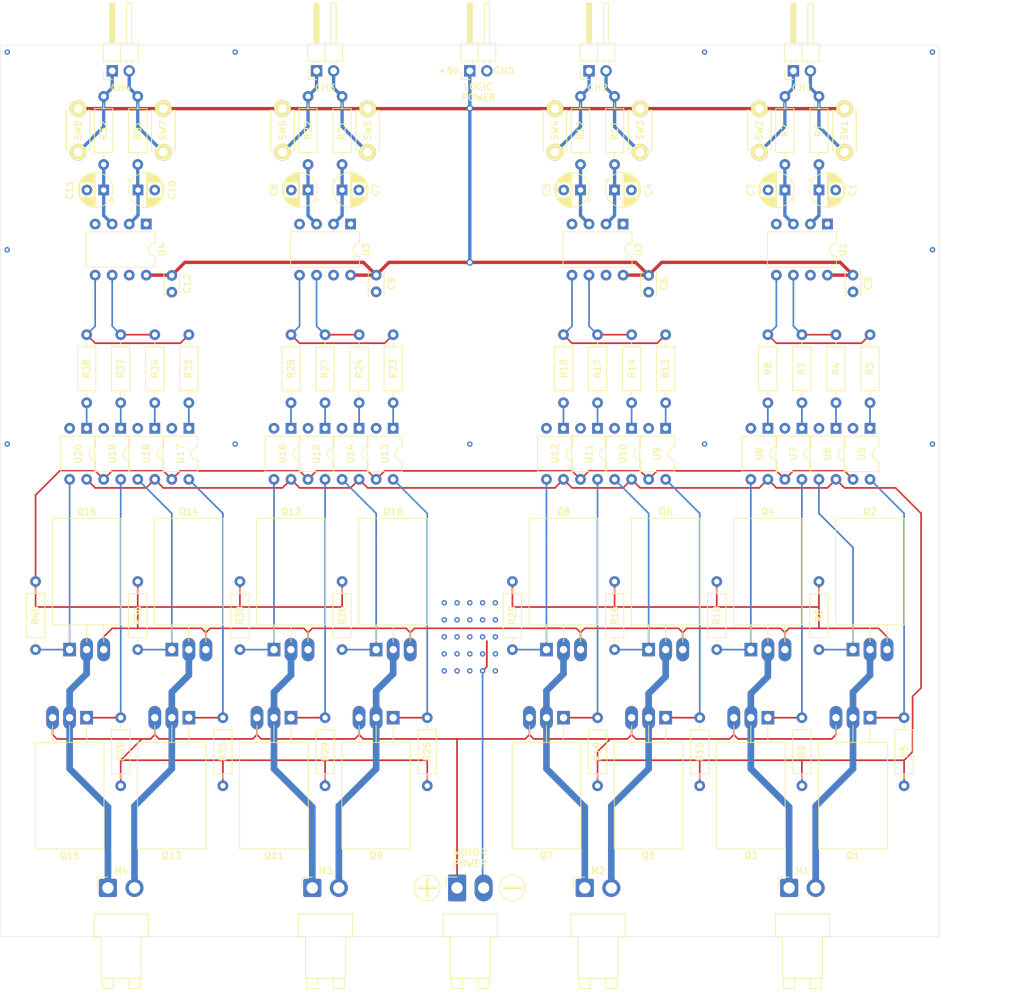
<source format=kicad_pcb>
(kicad_pcb (version 20171130) (host pcbnew "(5.1.6)-1")
  (layers (0 F.Cu signal) (31 B.Cu signal) (34 B.Paste user) (35 F.Paste user) (36 B.SilkS user) (37 F.SilkS user) (38 B.Mask user) (39 F.Mask user) (44 Edge.Cuts user))
  (net 0 "")
  (net 1 /IN1AA)
  (net 2 GND)
  (net 3 /IN1BA)
  (net 4 +5V)
  (net 5 GNDPWR)
  (net 6 +BATT)
  (net 7 /IN1A)
  (net 8 /IN1B)
  (net 9 /IN2A)
  (net 10 /IN2B)
  (net 11 /IN3B)
  (net 12 /IN3A)
  (net 13 /IN4B)
  (net 14 /IN4A)
  (net 15 "Net-(M1-Pad1)")
  (net 16 "Net-(M1-Pad2)")
  (net 17 "Net-(M2-Pad2)")
  (net 18 "Net-(M2-Pad1)")
  (net 19 "Net-(M3-Pad1)")
  (net 20 "Net-(M3-Pad2)")
  (net 21 "Net-(M4-Pad1)")
  (net 22 "Net-(M4-Pad2)")
  (net 23 "Net-(Q1-Pad1)")
  (net 24 "Net-(Q2-Pad1)")
  (net 25 "Net-(Q3-Pad1)")
  (net 26 "Net-(Q4-Pad1)")
  (net 27 "Net-(Q5-Pad1)")
  (net 28 "Net-(Q6-Pad1)")
  (net 29 "Net-(Q7-Pad1)")
  (net 30 "Net-(Q8-Pad1)")
  (net 31 "Net-(Q9-Pad1)")
  (net 32 "Net-(Q10-Pad1)")
  (net 33 "Net-(Q11-Pad1)")
  (net 34 "Net-(Q12-Pad1)")
  (net 35 "Net-(Q13-Pad1)")
  (net 36 "Net-(Q14-Pad1)")
  (net 37 "Net-(Q15-Pad1)")
  (net 38 "Net-(Q16-Pad1)")
  (net 39 "Net-(R3-Pad2)")
  (net 40 /PC1A)
  (net 41 /PC1B)
  (net 42 "Net-(R4-Pad2)")
  (net 43 "Net-(R7-Pad2)")
  (net 44 "Net-(R8-Pad2)")
  (net 45 /PC3A)
  (net 46 "Net-(R13-Pad2)")
  (net 47 "Net-(R14-Pad2)")
  (net 48 /PC3B)
  (net 49 "Net-(R17-Pad2)")
  (net 50 "Net-(R18-Pad2)")
  (net 51 /PC2A)
  (net 52 "Net-(R23-Pad2)")
  (net 53 "Net-(R24-Pad2)")
  (net 54 /PC2B)
  (net 55 "Net-(R27-Pad2)")
  (net 56 "Net-(R28-Pad2)")
  (net 57 "Net-(R33-Pad2)")
  (net 58 /PC4A)
  (net 59 /PC4B)
  (net 60 "Net-(R34-Pad2)")
  (net 61 "Net-(R37-Pad2)")
  (net 62 "Net-(R38-Pad2)")
  (net 63 "Net-(U1-Pad7)")
  (net 64 "Net-(U1-Pad1)")
  (net 65 "Net-(U2-Pad7)")
  (net 66 "Net-(U2-Pad1)")
  (net 67 "Net-(U3-Pad1)")
  (net 68 "Net-(U3-Pad7)")
  (net 69 "Net-(U4-Pad1)")
  (net 70 "Net-(U4-Pad7)")
  (net 71 /IN2AA)
  (net 72 /IN2BA)
  (net 73 /IN3AA)
  (net 74 /IN3BA)
  (net 75 /IN4AA)
  (net 76 /IN4BA)
  (module Package_TO_SOT_THT:TO-220-3_Horizontal_TabDown (layer F.Cu) (at 176.67 110.1626)
    (fp_text reference Q6 (at 2.54 -20.58) (layer F.SilkS))
    (fp_text value Q_NMOS_GDS)
    (pad 3 thru_hole oval (at 5.08 0) (size 1.905 3.5) (drill 1.1) (layers *.Cu *.Mask) (net 5 GNDPWR))
    (pad 2 thru_hole oval (at 2.54 0) (size 1.905 3.5) (drill 1.1) (layers *.Cu *.Mask) (net 17 "Net-(M2-Pad2)"))
    (pad 1 thru_hole rect (at 0 0) (size 1.905 2) (drill 1.1) (layers *.Cu *.Mask) (net 28 "Net-(Q6-Pad1)"))
    (pad "" np_thru_hole oval (at 2.54 -16.66) (size 3.5 3.5) (drill 3.5) (layers *.Cu *.Mask))
  )
  (module MountingHole:MountingHole_3.2mm_M3 (layer F.Cu) (at 84 24)
    (fp_text reference MH3 hide)
    (fp_text value MountingHole_3.2mm_M3)
    (pad 1 np_thru_hole circle (at 0 0) (size 3.2 3.2) (drill 3.2) (layers *.Cu *.Mask))
  )
  (module MountingHole:MountingHole_3.2mm_M3 (layer F.Cu) (at 84 149)
    (fp_text reference MH4 hide)
    (fp_text value MountingHole_3.2mm_M3)
    (pad 1 np_thru_hole circle (at 0 0) (size 3.2 3.2) (drill 3.2) (layers *.Cu *.Mask))
  )
  (module MountingHole:MountingHole_3.2mm_M3 (layer F.Cu) (at 216 149)
    (fp_text reference MH2 hide)
    (fp_text value MountingHole_3.2mm_M3)
    (pad 1 np_thru_hole circle (at 0 0) (size 3.2 3.2) (drill 3.2) (layers *.Cu *.Mask))
  )
  (module MountingHole:MountingHole_3.2mm_M3 (layer F.Cu) (at 216 24)
    (fp_text reference MH1 hide)
    (fp_text value MountingHole_3.2mm_M3)
    (pad 1 np_thru_hole circle (at 0 0) (size 3.2 3.2) (drill 3.2) (layers *.Cu *.Mask))
  )
  (module Capacitor_THT:CP_Radial_D5.0mm_P2.50mm (layer F.Cu) (at 202.07 41.58)
    (fp_text reference C1 (at 5.08 0 90) (layer F.SilkS))
    (fp_text value 10u)
    (pad 1 thru_hole rect (at 0 0) (size 1.6 1.6) (drill 0.8) (layers *.Cu *.Mask) (net 1 /IN1AA))
    (pad 2 thru_hole circle (at 2.5 0) (size 1.6 1.6) (drill 0.8) (layers *.Cu *.Mask) (net 2 GND))
  )
  (module Capacitor_THT:CP_Radial_D5.0mm_P2.50mm (layer F.Cu) (at 196.99 41.58 180)
    (fp_text reference C2 (at 5.08 0 90) (layer F.SilkS))
    (fp_text value 10u)
    (pad 2 thru_hole circle (at 2.5 0 180) (size 1.6 1.6) (drill 0.8) (layers *.Cu *.Mask) (net 2 GND))
    (pad 1 thru_hole rect (at 0 0 180) (size 1.6 1.6) (drill 0.8) (layers *.Cu *.Mask) (net 3 /IN1BA))
  )
  (module Capacitor_THT:C_Disc_D3.4mm_W2.1mm_P2.50mm (layer F.Cu) (at 207.15 54.28 270)
    (fp_text reference C3 (at 1.25 -2.3 90) (layer F.SilkS))
    (fp_text value 0.1u)
    (pad 1 thru_hole circle (at 0 0 270) (size 1.6 1.6) (drill 0.8) (layers *.Cu *.Mask) (net 4 +5V))
    (pad 2 thru_hole circle (at 2.5 0 270) (size 1.6 1.6) (drill 0.8) (layers *.Cu *.Mask) (net 2 GND))
  )
  (module Capacitor_THT:CP_Radial_D5.0mm_P2.50mm (layer F.Cu) (at 171.59 41.58)
    (fp_text reference C4 (at 5.08 0 90) (layer F.SilkS))
    (fp_text value 10u)
    (pad 2 thru_hole circle (at 2.5 0) (size 1.6 1.6) (drill 0.8) (layers *.Cu *.Mask) (net 2 GND))
    (pad 1 thru_hole rect (at 0 0) (size 1.6 1.6) (drill 0.8) (layers *.Cu *.Mask) (net 71 /IN2AA))
  )
  (module Capacitor_THT:CP_Radial_D5.0mm_P2.50mm (layer F.Cu) (at 166.51 41.58 180)
    (fp_text reference C5 (at 5.08 0 90) (layer F.SilkS))
    (fp_text value 10u)
    (pad 1 thru_hole rect (at 0 0 180) (size 1.6 1.6) (drill 0.8) (layers *.Cu *.Mask) (net 72 /IN2BA))
    (pad 2 thru_hole circle (at 2.5 0 180) (size 1.6 1.6) (drill 0.8) (layers *.Cu *.Mask) (net 2 GND))
  )
  (module Capacitor_THT:C_Disc_D3.4mm_W2.1mm_P2.50mm (layer F.Cu) (at 176.67 54.32 270)
    (fp_text reference C6 (at 1.25 -2.3 90) (layer F.SilkS))
    (fp_text value 0.1u)
    (pad 2 thru_hole circle (at 2.5 0 270) (size 1.6 1.6) (drill 0.8) (layers *.Cu *.Mask) (net 2 GND))
    (pad 1 thru_hole circle (at 0 0 270) (size 1.6 1.6) (drill 0.8) (layers *.Cu *.Mask) (net 4 +5V))
  )
  (module Capacitor_THT:CP_Radial_D5.0mm_P2.50mm (layer F.Cu) (at 130.95 41.58)
    (fp_text reference C7 (at 5.08 0 90) (layer F.SilkS))
    (fp_text value 10u)
    (pad 2 thru_hole circle (at 2.5 0) (size 1.6 1.6) (drill 0.8) (layers *.Cu *.Mask) (net 2 GND))
    (pad 1 thru_hole rect (at 0 0) (size 1.6 1.6) (drill 0.8) (layers *.Cu *.Mask) (net 73 /IN3AA))
  )
  (module Capacitor_THT:CP_Radial_D5.0mm_P2.50mm (layer F.Cu) (at 125.87 41.58 180)
    (fp_text reference C8 (at 5.08 0 90) (layer F.SilkS))
    (fp_text value 10u)
    (pad 1 thru_hole rect (at 0 0 180) (size 1.6 1.6) (drill 0.8) (layers *.Cu *.Mask) (net 74 /IN3BA))
    (pad 2 thru_hole circle (at 2.5 0 180) (size 1.6 1.6) (drill 0.8) (layers *.Cu *.Mask) (net 2 GND))
  )
  (module Capacitor_THT:C_Disc_D3.4mm_W2.1mm_P2.50mm (layer F.Cu) (at 136.03 54.28 270)
    (fp_text reference C9 (at 1.25 -2.3 90) (layer F.SilkS))
    (fp_text value 0.1u)
    (pad 1 thru_hole circle (at 0 0 270) (size 1.6 1.6) (drill 0.8) (layers *.Cu *.Mask) (net 4 +5V))
    (pad 2 thru_hole circle (at 2.5 0 270) (size 1.6 1.6) (drill 0.8) (layers *.Cu *.Mask) (net 2 GND))
  )
  (module Capacitor_THT:CP_Radial_D5.0mm_P2.50mm (layer F.Cu) (at 100.51 41.58)
    (fp_text reference C10 (at 5.04 0 90) (layer F.SilkS))
    (fp_text value 10u)
    (pad 1 thru_hole rect (at 0 0) (size 1.6 1.6) (drill 0.8) (layers *.Cu *.Mask) (net 75 /IN4AA))
    (pad 2 thru_hole circle (at 2.5 0) (size 1.6 1.6) (drill 0.8) (layers *.Cu *.Mask) (net 2 GND))
  )
  (module Capacitor_THT:CP_Radial_D5.0mm_P2.50mm (layer F.Cu) (at 95.39 41.58 180)
    (fp_text reference C11 (at 5.08 0 90) (layer F.SilkS))
    (fp_text value 10u)
    (pad 2 thru_hole circle (at 2.5 0 180) (size 1.6 1.6) (drill 0.8) (layers *.Cu *.Mask) (net 2 GND))
    (pad 1 thru_hole rect (at 0 0 180) (size 1.6 1.6) (drill 0.8) (layers *.Cu *.Mask) (net 76 /IN4BA))
  )
  (module Capacitor_THT:C_Disc_D3.4mm_W2.1mm_P2.50mm (layer F.Cu) (at 105.55 54.32 270)
    (fp_text reference C12 (at 1.25 -2.3 90) (layer F.SilkS))
    (fp_text value 0.1u)
    (pad 2 thru_hole circle (at 2.5 0 270) (size 1.6 1.6) (drill 0.8) (layers *.Cu *.Mask) (net 2 GND))
    (pad 1 thru_hole circle (at 0 0 270) (size 1.6 1.6) (drill 0.8) (layers *.Cu *.Mask) (net 4 +5V))
  )
  (module Connector_JST:JST_VH_B2PS-VH_1x02_P3.96mm_Horizontal (layer F.Cu) (at 148.095 145.7226)
    (fp_text reference J1 hide)
    (fp_text value "Motor Power")
    (pad 2 thru_hole oval (at 3.96 0) (size 2.7 4) (drill 1.7) (layers *.Cu *.Mask) (net 5 GNDPWR))
    (pad 1 thru_hole roundrect (at 0 0) (size 2.7 4) (drill 1.7) (layers *.Cu *.Mask) (roundrect_rratio 0.09300000000000001) (net 6 +BATT))
  )
  (module Connector_PinHeader_2.54mm:PinHeader_1x02_P2.54mm_Horizontal (layer F.Cu) (at 150 23.8 90)
    (fp_text reference J2 hide)
    (fp_text value "Logic Power")
    (pad 1 thru_hole rect (at 0 0 90) (size 1.7 1.7) (drill 1) (layers *.Cu *.Mask) (net 4 +5V))
    (pad 2 thru_hole oval (at 0 2.54 90) (size 1.7 1.7) (drill 1) (layers *.Cu *.Mask) (net 2 GND))
  )
  (module Connector_PinHeader_2.54mm:PinHeader_1x02_P2.54mm_Horizontal (layer F.Cu) (at 198.26 23.8 90)
    (fp_text reference J3 hide)
    (fp_text value "Input Ch1")
    (pad 1 thru_hole rect (at 0 0 90) (size 1.7 1.7) (drill 1) (layers *.Cu *.Mask) (net 8 /IN1B))
    (pad 2 thru_hole oval (at 0 2.54 90) (size 1.7 1.7) (drill 1) (layers *.Cu *.Mask) (net 7 /IN1A))
  )
  (module Connector_PinHeader_2.54mm:PinHeader_1x02_P2.54mm_Horizontal (layer F.Cu) (at 167.78 23.8 90)
    (fp_text reference J4 hide)
    (fp_text value "Input Ch2")
    (pad 1 thru_hole rect (at 0 0 90) (size 1.7 1.7) (drill 1) (layers *.Cu *.Mask) (net 10 /IN2B))
    (pad 2 thru_hole oval (at 0 2.54 90) (size 1.7 1.7) (drill 1) (layers *.Cu *.Mask) (net 9 /IN2A))
  )
  (module Connector_PinHeader_2.54mm:PinHeader_1x02_P2.54mm_Horizontal (layer F.Cu) (at 127.14 23.8 90)
    (fp_text reference J5 hide)
    (fp_text value "Input Ch3")
    (pad 2 thru_hole oval (at 0 2.54 90) (size 1.7 1.7) (drill 1) (layers *.Cu *.Mask) (net 12 /IN3A))
    (pad 1 thru_hole rect (at 0 0 90) (size 1.7 1.7) (drill 1) (layers *.Cu *.Mask) (net 11 /IN3B))
  )
  (module Connector_PinHeader_2.54mm:PinHeader_1x02_P2.54mm_Horizontal (layer F.Cu) (at 96.66 23.8 90)
    (fp_text reference J6 hide)
    (fp_text value "Input Ch4")
    (pad 2 thru_hole oval (at 0 2.54 90) (size 1.7 1.7) (drill 1) (layers *.Cu *.Mask) (net 14 /IN4A))
    (pad 1 thru_hole rect (at 0 0 90) (size 1.7 1.7) (drill 1) (layers *.Cu *.Mask) (net 13 /IN4B))
  )
  (module Connector_JST:JST_VH_B2PS-VH_1x02_P3.96mm_Horizontal (layer F.Cu) (at 197.625 145.7226)
    (fp_text reference M1 (at 1.98 -2.55) (layer F.SilkS))
    (fp_text value Motor_DC)
    (pad 1 thru_hole roundrect (at 0 0) (size 2.7 2.7) (drill 1.7) (layers *.Cu *.Mask) (roundrect_rratio 0.09259299999999999) (net 15 "Net-(M1-Pad1)"))
    (pad 2 thru_hole circle (at 3.96 0) (size 2.7 2.7) (drill 1.7) (layers *.Cu *.Mask) (net 16 "Net-(M1-Pad2)"))
  )
  (module Connector_JST:JST_VH_B2PS-VH_1x02_P3.96mm_Horizontal (layer F.Cu) (at 167.145 145.7226)
    (fp_text reference M2 (at 1.98 -2.55) (layer F.SilkS))
    (fp_text value Motor_DC)
    (pad 2 thru_hole circle (at 3.96 0) (size 2.7 2.7) (drill 1.7) (layers *.Cu *.Mask) (net 17 "Net-(M2-Pad2)"))
    (pad 1 thru_hole roundrect (at 0 0) (size 2.7 2.7) (drill 1.7) (layers *.Cu *.Mask) (roundrect_rratio 0.09259299999999999) (net 18 "Net-(M2-Pad1)"))
  )
  (module Connector_JST:JST_VH_B2PS-VH_1x02_P3.96mm_Horizontal (layer F.Cu) (at 126.505 145.7226)
    (fp_text reference M3 (at 1.98 -2.55) (layer F.SilkS))
    (fp_text value Motor_DC)
    (pad 1 thru_hole roundrect (at 0 0) (size 2.7 2.7) (drill 1.7) (layers *.Cu *.Mask) (roundrect_rratio 0.09259299999999999) (net 19 "Net-(M3-Pad1)"))
    (pad 2 thru_hole circle (at 3.96 0) (size 2.7 2.7) (drill 1.7) (layers *.Cu *.Mask) (net 20 "Net-(M3-Pad2)"))
  )
  (module Connector_JST:JST_VH_B2PS-VH_1x02_P3.96mm_Horizontal (layer F.Cu) (at 96.025 145.7226)
    (fp_text reference M4 (at 1.98 -2.55) (layer F.SilkS))
    (fp_text value Motor_DC)
    (pad 1 thru_hole roundrect (at 0 0) (size 2.7 2.7) (drill 1.7) (layers *.Cu *.Mask) (roundrect_rratio 0.09259299999999999) (net 21 "Net-(M4-Pad1)"))
    (pad 2 thru_hole circle (at 3.96 0) (size 2.7 2.7) (drill 1.7) (layers *.Cu *.Mask) (net 22 "Net-(M4-Pad2)"))
  )
  (module Package_TO_SOT_THT:TO-220-3_Horizontal_TabDown (layer F.Cu) (at 209.69 120.3226 180)
    (fp_text reference Q1 (at 2.54 -20.58) (layer F.SilkS))
    (fp_text value Q_PMOS_GDS)
    (pad "" np_thru_hole oval (at 2.54 -16.66 180) (size 3.5 3.5) (drill 3.5) (layers *.Cu *.Mask))
    (pad 1 thru_hole rect (at 0 0 180) (size 1.905 2) (drill 1.1) (layers *.Cu *.Mask) (net 23 "Net-(Q1-Pad1)"))
    (pad 2 thru_hole oval (at 2.54 0 180) (size 1.905 3.5) (drill 1.1) (layers *.Cu *.Mask) (net 16 "Net-(M1-Pad2)"))
    (pad 3 thru_hole oval (at 5.08 0 180) (size 1.905 3.5) (drill 1.1) (layers *.Cu *.Mask) (net 6 +BATT))
  )
  (module Package_TO_SOT_THT:TO-220-3_Horizontal_TabDown (layer F.Cu) (at 207.15 110.1626)
    (fp_text reference Q2 (at 2.54 -20.58) (layer F.SilkS))
    (fp_text value Q_NMOS_GDS)
    (pad "" np_thru_hole oval (at 2.54 -16.66) (size 3.5 3.5) (drill 3.5) (layers *.Cu *.Mask))
    (pad 1 thru_hole rect (at 0 0) (size 1.905 2) (drill 1.1) (layers *.Cu *.Mask) (net 24 "Net-(Q2-Pad1)"))
    (pad 2 thru_hole oval (at 2.54 0) (size 1.905 3.5) (drill 1.1) (layers *.Cu *.Mask) (net 16 "Net-(M1-Pad2)"))
    (pad 3 thru_hole oval (at 5.08 0) (size 1.905 3.5) (drill 1.1) (layers *.Cu *.Mask) (net 5 GNDPWR))
  )
  (module Package_TO_SOT_THT:TO-220-3_Horizontal_TabDown (layer F.Cu) (at 194.45 120.3226 180)
    (fp_text reference Q3 (at 2.54 -20.58) (layer F.SilkS))
    (fp_text value Q_PMOS_GDS)
    (pad "" np_thru_hole oval (at 2.54 -16.66 180) (size 3.5 3.5) (drill 3.5) (layers *.Cu *.Mask))
    (pad 1 thru_hole rect (at 0 0 180) (size 1.905 2) (drill 1.1) (layers *.Cu *.Mask) (net 25 "Net-(Q3-Pad1)"))
    (pad 2 thru_hole oval (at 2.54 0 180) (size 1.905 3.5) (drill 1.1) (layers *.Cu *.Mask) (net 15 "Net-(M1-Pad1)"))
    (pad 3 thru_hole oval (at 5.08 0 180) (size 1.905 3.5) (drill 1.1) (layers *.Cu *.Mask) (net 6 +BATT))
  )
  (module Package_TO_SOT_THT:TO-220-3_Horizontal_TabDown (layer F.Cu) (at 191.91 110.1626)
    (fp_text reference Q4 (at 2.54 -20.58) (layer F.SilkS))
    (fp_text value Q_NMOS_GDS)
    (pad "" np_thru_hole oval (at 2.54 -16.66) (size 3.5 3.5) (drill 3.5) (layers *.Cu *.Mask))
    (pad 1 thru_hole rect (at 0 0) (size 1.905 2) (drill 1.1) (layers *.Cu *.Mask) (net 26 "Net-(Q4-Pad1)"))
    (pad 2 thru_hole oval (at 2.54 0) (size 1.905 3.5) (drill 1.1) (layers *.Cu *.Mask) (net 15 "Net-(M1-Pad1)"))
    (pad 3 thru_hole oval (at 5.08 0) (size 1.905 3.5) (drill 1.1) (layers *.Cu *.Mask) (net 5 GNDPWR))
  )
  (module Package_TO_SOT_THT:TO-220-3_Horizontal_TabDown (layer F.Cu) (at 179.21 120.3226 180)
    (fp_text reference Q5 (at 2.54 -20.58) (layer F.SilkS))
    (fp_text value Q_PMOS_GDS)
    (pad 3 thru_hole oval (at 5.08 0 180) (size 1.905 3.5) (drill 1.1) (layers *.Cu *.Mask) (net 6 +BATT))
    (pad 2 thru_hole oval (at 2.54 0 180) (size 1.905 3.5) (drill 1.1) (layers *.Cu *.Mask) (net 17 "Net-(M2-Pad2)"))
    (pad 1 thru_hole rect (at 0 0 180) (size 1.905 2) (drill 1.1) (layers *.Cu *.Mask) (net 27 "Net-(Q5-Pad1)"))
    (pad "" np_thru_hole oval (at 2.54 -16.66 180) (size 3.5 3.5) (drill 3.5) (layers *.Cu *.Mask))
  )
  (module Package_TO_SOT_THT:TO-220-3_Horizontal_TabDown (layer F.Cu) (at 163.97 120.3226 180)
    (fp_text reference Q7 (at 2.54 -20.58) (layer F.SilkS))
    (fp_text value Q_PMOS_GDS)
    (pad "" np_thru_hole oval (at 2.54 -16.66 180) (size 3.5 3.5) (drill 3.5) (layers *.Cu *.Mask))
    (pad 1 thru_hole rect (at 0 0 180) (size 1.905 2) (drill 1.1) (layers *.Cu *.Mask) (net 29 "Net-(Q7-Pad1)"))
    (pad 2 thru_hole oval (at 2.54 0 180) (size 1.905 3.5) (drill 1.1) (layers *.Cu *.Mask) (net 18 "Net-(M2-Pad1)"))
    (pad 3 thru_hole oval (at 5.08 0 180) (size 1.905 3.5) (drill 1.1) (layers *.Cu *.Mask) (net 6 +BATT))
  )
  (module Package_TO_SOT_THT:TO-220-3_Horizontal_TabDown (layer F.Cu) (at 161.43 110.1626)
    (fp_text reference Q8 (at 2.54 -20.58) (layer F.SilkS))
    (fp_text value Q_NMOS_GDS)
    (pad 3 thru_hole oval (at 5.08 0) (size 1.905 3.5) (drill 1.1) (layers *.Cu *.Mask) (net 5 GNDPWR))
    (pad 2 thru_hole oval (at 2.54 0) (size 1.905 3.5) (drill 1.1) (layers *.Cu *.Mask) (net 18 "Net-(M2-Pad1)"))
    (pad 1 thru_hole rect (at 0 0) (size 1.905 2) (drill 1.1) (layers *.Cu *.Mask) (net 30 "Net-(Q8-Pad1)"))
    (pad "" np_thru_hole oval (at 2.54 -16.66) (size 3.5 3.5) (drill 3.5) (layers *.Cu *.Mask))
  )
  (module Package_TO_SOT_THT:TO-220-3_Horizontal_TabDown (layer F.Cu) (at 138.57 120.3226 180)
    (fp_text reference Q9 (at 2.54 -20.58) (layer F.SilkS))
    (fp_text value Q_PMOS_GDS)
    (pad 3 thru_hole oval (at 5.08 0 180) (size 1.905 3.5) (drill 1.1) (layers *.Cu *.Mask) (net 6 +BATT))
    (pad 2 thru_hole oval (at 2.54 0 180) (size 1.905 3.5) (drill 1.1) (layers *.Cu *.Mask) (net 20 "Net-(M3-Pad2)"))
    (pad 1 thru_hole rect (at 0 0 180) (size 1.905 2) (drill 1.1) (layers *.Cu *.Mask) (net 31 "Net-(Q9-Pad1)"))
    (pad "" np_thru_hole oval (at 2.54 -16.66 180) (size 3.5 3.5) (drill 3.5) (layers *.Cu *.Mask))
  )
  (module Package_TO_SOT_THT:TO-220-3_Horizontal_TabDown (layer F.Cu) (at 136.03 110.1626)
    (fp_text reference Q10 (at 2.54 -20.58) (layer F.SilkS))
    (fp_text value Q_NMOS_GDS)
    (pad "" np_thru_hole oval (at 2.54 -16.66) (size 3.5 3.5) (drill 3.5) (layers *.Cu *.Mask))
    (pad 1 thru_hole rect (at 0 0) (size 1.905 2) (drill 1.1) (layers *.Cu *.Mask) (net 32 "Net-(Q10-Pad1)"))
    (pad 2 thru_hole oval (at 2.54 0) (size 1.905 3.5) (drill 1.1) (layers *.Cu *.Mask) (net 20 "Net-(M3-Pad2)"))
    (pad 3 thru_hole oval (at 5.08 0) (size 1.905 3.5) (drill 1.1) (layers *.Cu *.Mask) (net 5 GNDPWR))
  )
  (module Package_TO_SOT_THT:TO-220-3_Horizontal_TabDown (layer F.Cu) (at 123.33 120.3226 180)
    (fp_text reference Q11 (at 2.54 -20.58) (layer F.SilkS))
    (fp_text value Q_PMOS_GDS)
    (pad "" np_thru_hole oval (at 2.54 -16.66 180) (size 3.5 3.5) (drill 3.5) (layers *.Cu *.Mask))
    (pad 1 thru_hole rect (at 0 0 180) (size 1.905 2) (drill 1.1) (layers *.Cu *.Mask) (net 33 "Net-(Q11-Pad1)"))
    (pad 2 thru_hole oval (at 2.54 0 180) (size 1.905 3.5) (drill 1.1) (layers *.Cu *.Mask) (net 19 "Net-(M3-Pad1)"))
    (pad 3 thru_hole oval (at 5.08 0 180) (size 1.905 3.5) (drill 1.1) (layers *.Cu *.Mask) (net 6 +BATT))
  )
  (module Package_TO_SOT_THT:TO-220-3_Horizontal_TabDown (layer F.Cu) (at 120.79 110.1626)
    (fp_text reference Q12 (at 2.54 -20.58) (layer F.SilkS))
    (fp_text value Q_NMOS_GDS)
    (pad 3 thru_hole oval (at 5.08 0) (size 1.905 3.5) (drill 1.1) (layers *.Cu *.Mask) (net 5 GNDPWR))
    (pad 2 thru_hole oval (at 2.54 0) (size 1.905 3.5) (drill 1.1) (layers *.Cu *.Mask) (net 19 "Net-(M3-Pad1)"))
    (pad 1 thru_hole rect (at 0 0) (size 1.905 2) (drill 1.1) (layers *.Cu *.Mask) (net 34 "Net-(Q12-Pad1)"))
    (pad "" np_thru_hole oval (at 2.54 -16.66) (size 3.5 3.5) (drill 3.5) (layers *.Cu *.Mask))
  )
  (module Package_TO_SOT_THT:TO-220-3_Horizontal_TabDown (layer F.Cu) (at 108.09 120.3226 180)
    (fp_text reference Q13 (at 2.54 -20.58) (layer F.SilkS))
    (fp_text value Q_PMOS_GDS)
    (pad "" np_thru_hole oval (at 2.54 -16.66 180) (size 3.5 3.5) (drill 3.5) (layers *.Cu *.Mask))
    (pad 1 thru_hole rect (at 0 0 180) (size 1.905 2) (drill 1.1) (layers *.Cu *.Mask) (net 35 "Net-(Q13-Pad1)"))
    (pad 2 thru_hole oval (at 2.54 0 180) (size 1.905 3.5) (drill 1.1) (layers *.Cu *.Mask) (net 22 "Net-(M4-Pad2)"))
    (pad 3 thru_hole oval (at 5.08 0 180) (size 1.905 3.5) (drill 1.1) (layers *.Cu *.Mask) (net 6 +BATT))
  )
  (module Package_TO_SOT_THT:TO-220-3_Horizontal_TabDown (layer F.Cu) (at 105.55 110.1626)
    (fp_text reference Q14 (at 2.54 -20.58) (layer F.SilkS))
    (fp_text value Q_NMOS_GDS)
    (pad 3 thru_hole oval (at 5.08 0) (size 1.905 3.5) (drill 1.1) (layers *.Cu *.Mask) (net 5 GNDPWR))
    (pad 2 thru_hole oval (at 2.54 0) (size 1.905 3.5) (drill 1.1) (layers *.Cu *.Mask) (net 22 "Net-(M4-Pad2)"))
    (pad 1 thru_hole rect (at 0 0) (size 1.905 2) (drill 1.1) (layers *.Cu *.Mask) (net 36 "Net-(Q14-Pad1)"))
    (pad "" np_thru_hole oval (at 2.54 -16.66) (size 3.5 3.5) (drill 3.5) (layers *.Cu *.Mask))
  )
  (module Package_TO_SOT_THT:TO-220-3_Horizontal_TabDown (layer F.Cu) (at 92.85 120.3226 180)
    (fp_text reference Q15 (at 2.54 -20.58) (layer F.SilkS))
    (fp_text value Q_PMOS_GDS)
    (pad 3 thru_hole oval (at 5.08 0 180) (size 1.905 3.5) (drill 1.1) (layers *.Cu *.Mask) (net 6 +BATT))
    (pad 2 thru_hole oval (at 2.54 0 180) (size 1.905 3.5) (drill 1.1) (layers *.Cu *.Mask) (net 21 "Net-(M4-Pad1)"))
    (pad 1 thru_hole rect (at 0 0 180) (size 1.905 2) (drill 1.1) (layers *.Cu *.Mask) (net 37 "Net-(Q15-Pad1)"))
    (pad "" np_thru_hole oval (at 2.54 -16.66 180) (size 3.5 3.5) (drill 3.5) (layers *.Cu *.Mask))
  )
  (module Package_TO_SOT_THT:TO-220-3_Horizontal_TabDown (layer F.Cu) (at 90.31 110.1626)
    (fp_text reference Q16 (at 2.54 -20.58) (layer F.SilkS))
    (fp_text value Q_NMOS_GDS)
    (pad 3 thru_hole oval (at 5.08 0) (size 1.905 3.5) (drill 1.1) (layers *.Cu *.Mask) (net 5 GNDPWR))
    (pad 2 thru_hole oval (at 2.54 0) (size 1.905 3.5) (drill 1.1) (layers *.Cu *.Mask) (net 21 "Net-(M4-Pad1)"))
    (pad 1 thru_hole rect (at 0 0) (size 1.905 2) (drill 1.1) (layers *.Cu *.Mask) (net 38 "Net-(Q16-Pad1)"))
    (pad "" np_thru_hole oval (at 2.54 -16.66) (size 3.5 3.5) (drill 3.5) (layers *.Cu *.Mask))
  )
  (module Resistor_THT:R_Axial_DIN0207_L6.3mm_D2.5mm_P10.16mm_Horizontal (layer F.Cu) (at 202.07 27.61 270)
    (fp_text reference R1 (at 5.08 0 90) (layer F.SilkS))
    (fp_text value 4k7)
    (pad 2 thru_hole oval (at 10.16 0 270) (size 1.6 1.6) (drill 0.8) (layers *.Cu *.Mask) (net 1 /IN1AA))
    (pad 1 thru_hole circle (at 0 0 270) (size 1.6 1.6) (drill 0.8) (layers *.Cu *.Mask) (net 7 /IN1A))
  )
  (module Resistor_THT:R_Axial_DIN0207_L6.3mm_D2.5mm_P10.16mm_Horizontal (layer F.Cu) (at 196.99 27.61 270)
    (fp_text reference R2 (at 5.08 0 90) (layer F.SilkS))
    (fp_text value 4k7)
    (pad 2 thru_hole oval (at 10.16 0 270) (size 1.6 1.6) (drill 0.8) (layers *.Cu *.Mask) (net 3 /IN1BA))
    (pad 1 thru_hole circle (at 0 0 270) (size 1.6 1.6) (drill 0.8) (layers *.Cu *.Mask) (net 8 /IN1B))
  )
  (module Resistor_THT:R_Axial_DIN0207_L6.3mm_D2.5mm_P10.16mm_Horizontal (layer F.Cu) (at 209.69 63.1676 270)
    (fp_text reference R3 (at 5.08 0 90) (layer F.SilkS))
    (fp_text value 330)
    (pad 2 thru_hole oval (at 10.16 0 270) (size 1.6 1.6) (drill 0.8) (layers *.Cu *.Mask) (net 39 "Net-(R3-Pad2)"))
    (pad 1 thru_hole circle (at 0 0 270) (size 1.6 1.6) (drill 0.8) (layers *.Cu *.Mask) (net 40 /PC1A))
  )
  (module Resistor_THT:R_Axial_DIN0207_L6.3mm_D2.5mm_P10.16mm_Horizontal (layer F.Cu) (at 204.61 63.1676 270)
    (fp_text reference R4 (at 5.08 0 90) (layer F.SilkS))
    (fp_text value 330)
    (pad 1 thru_hole circle (at 0 0 270) (size 1.6 1.6) (drill 0.8) (layers *.Cu *.Mask) (net 41 /PC1B))
    (pad 2 thru_hole oval (at 10.16 0 270) (size 1.6 1.6) (drill 0.8) (layers *.Cu *.Mask) (net 42 "Net-(R4-Pad2)"))
  )
  (module Resistor_THT:R_Axial_DIN0207_L6.3mm_D2.5mm_P10.16mm_Horizontal (layer F.Cu) (at 214.77 120.3226 270)
    (fp_text reference R5 (at 5.08 0 90) (layer F.SilkS))
    (fp_text value 2k2)
    (pad 2 thru_hole oval (at 10.16 0 270) (size 1.6 1.6) (drill 0.8) (layers *.Cu *.Mask) (net 6 +BATT))
    (pad 1 thru_hole circle (at 0 0 270) (size 1.6 1.6) (drill 0.8) (layers *.Cu *.Mask) (net 23 "Net-(Q1-Pad1)"))
  )
  (module Resistor_THT:R_Axial_DIN0207_L6.3mm_D2.5mm_P10.16mm_Horizontal (layer F.Cu) (at 202.07 100.0026 270)
    (fp_text reference R6 (at 5.08 0 90) (layer F.SilkS))
    (fp_text value 2k2)
    (pad 1 thru_hole circle (at 0 0 270) (size 1.6 1.6) (drill 0.8) (layers *.Cu *.Mask) (net 5 GNDPWR))
    (pad 2 thru_hole oval (at 10.16 0 270) (size 1.6 1.6) (drill 0.8) (layers *.Cu *.Mask) (net 24 "Net-(Q2-Pad1)"))
  )
  (module Resistor_THT:R_Axial_DIN0207_L6.3mm_D2.5mm_P10.16mm_Horizontal (layer F.Cu) (at 199.53 63.1676 270)
    (fp_text reference R7 (at 5.08 0 90) (layer F.SilkS))
    (fp_text value 330)
    (pad 2 thru_hole oval (at 10.16 0 270) (size 1.6 1.6) (drill 0.8) (layers *.Cu *.Mask) (net 43 "Net-(R7-Pad2)"))
    (pad 1 thru_hole circle (at 0 0 270) (size 1.6 1.6) (drill 0.8) (layers *.Cu *.Mask) (net 41 /PC1B))
  )
  (module Resistor_THT:R_Axial_DIN0207_L6.3mm_D2.5mm_P10.16mm_Horizontal (layer F.Cu) (at 194.45 63.1676 270)
    (fp_text reference R8 (at 5.08 0 90) (layer F.SilkS))
    (fp_text value 330)
    (pad 1 thru_hole circle (at 0 0 270) (size 1.6 1.6) (drill 0.8) (layers *.Cu *.Mask) (net 40 /PC1A))
    (pad 2 thru_hole oval (at 10.16 0 270) (size 1.6 1.6) (drill 0.8) (layers *.Cu *.Mask) (net 44 "Net-(R8-Pad2)"))
  )
  (module Resistor_THT:R_Axial_DIN0207_L6.3mm_D2.5mm_P10.16mm_Horizontal (layer F.Cu) (at 199.53 120.3226 270)
    (fp_text reference R9 (at 5.08 0 90) (layer F.SilkS))
    (fp_text value 2k2)
    (pad 1 thru_hole circle (at 0 0 270) (size 1.6 1.6) (drill 0.8) (layers *.Cu *.Mask) (net 25 "Net-(Q3-Pad1)"))
    (pad 2 thru_hole oval (at 10.16 0 270) (size 1.6 1.6) (drill 0.8) (layers *.Cu *.Mask) (net 6 +BATT))
  )
  (module Resistor_THT:R_Axial_DIN0207_L6.3mm_D2.5mm_P10.16mm_Horizontal (layer F.Cu) (at 186.83 100.0026 270)
    (fp_text reference R10 (at 5.08 0 90) (layer F.SilkS))
    (fp_text value 2k2)
    (pad 2 thru_hole oval (at 10.16 0 270) (size 1.6 1.6) (drill 0.8) (layers *.Cu *.Mask) (net 26 "Net-(Q4-Pad1)"))
    (pad 1 thru_hole circle (at 0 0 270) (size 1.6 1.6) (drill 0.8) (layers *.Cu *.Mask) (net 5 GNDPWR))
  )
  (module Resistor_THT:R_Axial_DIN0207_L6.3mm_D2.5mm_P10.16mm_Horizontal (layer F.Cu) (at 171.59 27.61 270)
    (fp_text reference R11 (at 5.08 0 90) (layer F.SilkS))
    (fp_text value 4k7)
    (pad 1 thru_hole circle (at 0 0 270) (size 1.6 1.6) (drill 0.8) (layers *.Cu *.Mask) (net 9 /IN2A))
    (pad 2 thru_hole oval (at 10.16 0 270) (size 1.6 1.6) (drill 0.8) (layers *.Cu *.Mask) (net 71 /IN2AA))
  )
  (module Resistor_THT:R_Axial_DIN0207_L6.3mm_D2.5mm_P10.16mm_Horizontal (layer F.Cu) (at 166.51 27.61 270)
    (fp_text reference R12 (at 5.08 0 90) (layer F.SilkS))
    (fp_text value 4k7)
    (pad 1 thru_hole circle (at 0 0 270) (size 1.6 1.6) (drill 0.8) (layers *.Cu *.Mask) (net 10 /IN2B))
    (pad 2 thru_hole oval (at 10.16 0 270) (size 1.6 1.6) (drill 0.8) (layers *.Cu *.Mask) (net 72 /IN2BA))
  )
  (module Resistor_THT:R_Axial_DIN0207_L6.3mm_D2.5mm_P10.16mm_Horizontal (layer F.Cu) (at 179.21 63.1676 270)
    (fp_text reference R13 (at 5.08 0 90) (layer F.SilkS))
    (fp_text value 330)
    (pad 1 thru_hole circle (at 0 0 270) (size 1.6 1.6) (drill 0.8) (layers *.Cu *.Mask) (net 51 /PC2A))
    (pad 2 thru_hole oval (at 10.16 0 270) (size 1.6 1.6) (drill 0.8) (layers *.Cu *.Mask) (net 46 "Net-(R13-Pad2)"))
  )
  (module Resistor_THT:R_Axial_DIN0207_L6.3mm_D2.5mm_P10.16mm_Horizontal (layer F.Cu) (at 174.13 63.1676 270)
    (fp_text reference R14 (at 5.08 0 90) (layer F.SilkS))
    (fp_text value 330)
    (pad 2 thru_hole oval (at 10.16 0 270) (size 1.6 1.6) (drill 0.8) (layers *.Cu *.Mask) (net 47 "Net-(R14-Pad2)"))
    (pad 1 thru_hole circle (at 0 0 270) (size 1.6 1.6) (drill 0.8) (layers *.Cu *.Mask) (net 54 /PC2B))
  )
  (module Resistor_THT:R_Axial_DIN0207_L6.3mm_D2.5mm_P10.16mm_Horizontal (layer F.Cu) (at 184.29 120.3226 270)
    (fp_text reference R15 (at 5.08 0 90) (layer F.SilkS))
    (fp_text value 2k2)
    (pad 2 thru_hole oval (at 10.16 0 270) (size 1.6 1.6) (drill 0.8) (layers *.Cu *.Mask) (net 6 +BATT))
    (pad 1 thru_hole circle (at 0 0 270) (size 1.6 1.6) (drill 0.8) (layers *.Cu *.Mask) (net 27 "Net-(Q5-Pad1)"))
  )
  (module Resistor_THT:R_Axial_DIN0207_L6.3mm_D2.5mm_P10.16mm_Horizontal (layer F.Cu) (at 171.59 100.0026 270)
    (fp_text reference R16 (at 5.08 0 90) (layer F.SilkS))
    (fp_text value 2k2)
    (pad 1 thru_hole circle (at 0 0 270) (size 1.6 1.6) (drill 0.8) (layers *.Cu *.Mask) (net 5 GNDPWR))
    (pad 2 thru_hole oval (at 10.16 0 270) (size 1.6 1.6) (drill 0.8) (layers *.Cu *.Mask) (net 28 "Net-(Q6-Pad1)"))
  )
  (module Resistor_THT:R_Axial_DIN0207_L6.3mm_D2.5mm_P10.16mm_Horizontal (layer F.Cu) (at 169.05 63.1676 270)
    (fp_text reference R17 (at 5.08 0 90) (layer F.SilkS))
    (fp_text value 330)
    (pad 1 thru_hole circle (at 0 0 270) (size 1.6 1.6) (drill 0.8) (layers *.Cu *.Mask) (net 54 /PC2B))
    (pad 2 thru_hole oval (at 10.16 0 270) (size 1.6 1.6) (drill 0.8) (layers *.Cu *.Mask) (net 49 "Net-(R17-Pad2)"))
  )
  (module Resistor_THT:R_Axial_DIN0207_L6.3mm_D2.5mm_P10.16mm_Horizontal (layer F.Cu) (at 163.97 63.1676 270)
    (fp_text reference R18 (at 5.08 0 90) (layer F.SilkS))
    (fp_text value 330)
    (pad 2 thru_hole oval (at 10.16 0 270) (size 1.6 1.6) (drill 0.8) (layers *.Cu *.Mask) (net 50 "Net-(R18-Pad2)"))
    (pad 1 thru_hole circle (at 0 0 270) (size 1.6 1.6) (drill 0.8) (layers *.Cu *.Mask) (net 51 /PC2A))
  )
  (module Resistor_THT:R_Axial_DIN0207_L6.3mm_D2.5mm_P10.16mm_Horizontal (layer F.Cu) (at 169.05 120.3226 270)
    (fp_text reference R19 (at 5.08 0 90) (layer F.SilkS))
    (fp_text value 2k2)
    (pad 2 thru_hole oval (at 10.16 0 270) (size 1.6 1.6) (drill 0.8) (layers *.Cu *.Mask) (net 6 +BATT))
    (pad 1 thru_hole circle (at 0 0 270) (size 1.6 1.6) (drill 0.8) (layers *.Cu *.Mask) (net 29 "Net-(Q7-Pad1)"))
  )
  (module Resistor_THT:R_Axial_DIN0207_L6.3mm_D2.5mm_P10.16mm_Horizontal (layer F.Cu) (at 156.35 100.0026 270)
    (fp_text reference R20 (at 5.08 0 90) (layer F.SilkS))
    (fp_text value 2k2)
    (pad 2 thru_hole oval (at 10.16 0 270) (size 1.6 1.6) (drill 0.8) (layers *.Cu *.Mask) (net 30 "Net-(Q8-Pad1)"))
    (pad 1 thru_hole circle (at 0 0 270) (size 1.6 1.6) (drill 0.8) (layers *.Cu *.Mask) (net 5 GNDPWR))
  )
  (module Resistor_THT:R_Axial_DIN0207_L6.3mm_D2.5mm_P10.16mm_Horizontal (layer F.Cu) (at 130.95 27.61 270)
    (fp_text reference R21 (at 5.08 0 90) (layer F.SilkS))
    (fp_text value 4k7)
    (pad 2 thru_hole oval (at 10.16 0 270) (size 1.6 1.6) (drill 0.8) (layers *.Cu *.Mask) (net 73 /IN3AA))
    (pad 1 thru_hole circle (at 0 0 270) (size 1.6 1.6) (drill 0.8) (layers *.Cu *.Mask) (net 12 /IN3A))
  )
  (module Resistor_THT:R_Axial_DIN0207_L6.3mm_D2.5mm_P10.16mm_Horizontal (layer F.Cu) (at 125.87 27.61 270)
    (fp_text reference R22 (at 5.08 0 90) (layer F.SilkS))
    (fp_text value 4k7)
    (pad 1 thru_hole circle (at 0 0 270) (size 1.6 1.6) (drill 0.8) (layers *.Cu *.Mask) (net 11 /IN3B))
    (pad 2 thru_hole oval (at 10.16 0 270) (size 1.6 1.6) (drill 0.8) (layers *.Cu *.Mask) (net 74 /IN3BA))
  )
  (module Resistor_THT:R_Axial_DIN0207_L6.3mm_D2.5mm_P10.16mm_Horizontal (layer F.Cu) (at 138.57 63.1676 270)
    (fp_text reference R23 (at 5.08 0 90) (layer F.SilkS))
    (fp_text value 330)
    (pad 1 thru_hole circle (at 0 0 270) (size 1.6 1.6) (drill 0.8) (layers *.Cu *.Mask) (net 45 /PC3A))
    (pad 2 thru_hole oval (at 10.16 0 270) (size 1.6 1.6) (drill 0.8) (layers *.Cu *.Mask) (net 52 "Net-(R23-Pad2)"))
  )
  (module Resistor_THT:R_Axial_DIN0207_L6.3mm_D2.5mm_P10.16mm_Horizontal (layer F.Cu) (at 133.49 63.1676 270)
    (fp_text reference R24 (at 5.08 0 90) (layer F.SilkS))
    (fp_text value 330)
    (pad 2 thru_hole oval (at 10.16 0 270) (size 1.6 1.6) (drill 0.8) (layers *.Cu *.Mask) (net 53 "Net-(R24-Pad2)"))
    (pad 1 thru_hole circle (at 0 0 270) (size 1.6 1.6) (drill 0.8) (layers *.Cu *.Mask) (net 48 /PC3B))
  )
  (module Resistor_THT:R_Axial_DIN0207_L6.3mm_D2.5mm_P10.16mm_Horizontal (layer F.Cu) (at 143.65 120.3226 270)
    (fp_text reference R25 (at 5.08 0 90) (layer F.SilkS))
    (fp_text value 2k2)
    (pad 2 thru_hole oval (at 10.16 0 270) (size 1.6 1.6) (drill 0.8) (layers *.Cu *.Mask) (net 6 +BATT))
    (pad 1 thru_hole circle (at 0 0 270) (size 1.6 1.6) (drill 0.8) (layers *.Cu *.Mask) (net 31 "Net-(Q9-Pad1)"))
  )
  (module Resistor_THT:R_Axial_DIN0207_L6.3mm_D2.5mm_P10.16mm_Horizontal (layer F.Cu) (at 130.95 100.0026 270)
    (fp_text reference R26 (at 5.08 0 90) (layer F.SilkS))
    (fp_text value 2k2)
    (pad 1 thru_hole circle (at 0 0 270) (size 1.6 1.6) (drill 0.8) (layers *.Cu *.Mask) (net 5 GNDPWR))
    (pad 2 thru_hole oval (at 10.16 0 270) (size 1.6 1.6) (drill 0.8) (layers *.Cu *.Mask) (net 32 "Net-(Q10-Pad1)"))
  )
  (module Resistor_THT:R_Axial_DIN0207_L6.3mm_D2.5mm_P10.16mm_Horizontal (layer F.Cu) (at 128.41 63.1676 270)
    (fp_text reference R27 (at 5.08 0 90) (layer F.SilkS))
    (fp_text value 330)
    (pad 2 thru_hole oval (at 10.16 0 270) (size 1.6 1.6) (drill 0.8) (layers *.Cu *.Mask) (net 55 "Net-(R27-Pad2)"))
    (pad 1 thru_hole circle (at 0 0 270) (size 1.6 1.6) (drill 0.8) (layers *.Cu *.Mask) (net 48 /PC3B))
  )
  (module Resistor_THT:R_Axial_DIN0207_L6.3mm_D2.5mm_P10.16mm_Horizontal (layer F.Cu) (at 123.33 63.1676 270)
    (fp_text reference R28 (at 5.08 0 90) (layer F.SilkS))
    (fp_text value 330)
    (pad 1 thru_hole circle (at 0 0 270) (size 1.6 1.6) (drill 0.8) (layers *.Cu *.Mask) (net 45 /PC3A))
    (pad 2 thru_hole oval (at 10.16 0 270) (size 1.6 1.6) (drill 0.8) (layers *.Cu *.Mask) (net 56 "Net-(R28-Pad2)"))
  )
  (module Resistor_THT:R_Axial_DIN0207_L6.3mm_D2.5mm_P10.16mm_Horizontal (layer F.Cu) (at 128.41 120.3226 270)
    (fp_text reference R29 (at 5.08 0 90) (layer F.SilkS))
    (fp_text value 2k2)
    (pad 1 thru_hole circle (at 0 0 270) (size 1.6 1.6) (drill 0.8) (layers *.Cu *.Mask) (net 33 "Net-(Q11-Pad1)"))
    (pad 2 thru_hole oval (at 10.16 0 270) (size 1.6 1.6) (drill 0.8) (layers *.Cu *.Mask) (net 6 +BATT))
  )
  (module Resistor_THT:R_Axial_DIN0207_L6.3mm_D2.5mm_P10.16mm_Horizontal (layer F.Cu) (at 115.71 100.0026 270)
    (fp_text reference R30 (at 5.08 0 90) (layer F.SilkS))
    (fp_text value 2k2)
    (pad 1 thru_hole circle (at 0 0 270) (size 1.6 1.6) (drill 0.8) (layers *.Cu *.Mask) (net 5 GNDPWR))
    (pad 2 thru_hole oval (at 10.16 0 270) (size 1.6 1.6) (drill 0.8) (layers *.Cu *.Mask) (net 34 "Net-(Q12-Pad1)"))
  )
  (module Resistor_THT:R_Axial_DIN0207_L6.3mm_D2.5mm_P10.16mm_Horizontal (layer F.Cu) (at 100.47 27.61 270)
    (fp_text reference R31 (at 5.08 0 90) (layer F.SilkS))
    (fp_text value 4k7)
    (pad 2 thru_hole oval (at 10.16 0 270) (size 1.6 1.6) (drill 0.8) (layers *.Cu *.Mask) (net 75 /IN4AA))
    (pad 1 thru_hole circle (at 0 0 270) (size 1.6 1.6) (drill 0.8) (layers *.Cu *.Mask) (net 14 /IN4A))
  )
  (module Resistor_THT:R_Axial_DIN0207_L6.3mm_D2.5mm_P10.16mm_Horizontal (layer F.Cu) (at 95.39 27.61 270)
    (fp_text reference R32 (at 5.08 0 90) (layer F.SilkS))
    (fp_text value 4k7)
    (pad 1 thru_hole circle (at 0 0 270) (size 1.6 1.6) (drill 0.8) (layers *.Cu *.Mask) (net 13 /IN4B))
    (pad 2 thru_hole oval (at 10.16 0 270) (size 1.6 1.6) (drill 0.8) (layers *.Cu *.Mask) (net 76 /IN4BA))
  )
  (module Resistor_THT:R_Axial_DIN0207_L6.3mm_D2.5mm_P10.16mm_Horizontal (layer F.Cu) (at 108.09 63.1676 270)
    (fp_text reference R33 (at 5.08 0 90) (layer F.SilkS))
    (fp_text value 330)
    (pad 2 thru_hole oval (at 10.16 0 270) (size 1.6 1.6) (drill 0.8) (layers *.Cu *.Mask) (net 57 "Net-(R33-Pad2)"))
    (pad 1 thru_hole circle (at 0 0 270) (size 1.6 1.6) (drill 0.8) (layers *.Cu *.Mask) (net 58 /PC4A))
  )
  (module Resistor_THT:R_Axial_DIN0207_L6.3mm_D2.5mm_P10.16mm_Horizontal (layer F.Cu) (at 103.01 63.1676 270)
    (fp_text reference R34 (at 5.08 0 90) (layer F.SilkS))
    (fp_text value 330)
    (pad 1 thru_hole circle (at 0 0 270) (size 1.6 1.6) (drill 0.8) (layers *.Cu *.Mask) (net 59 /PC4B))
    (pad 2 thru_hole oval (at 10.16 0 270) (size 1.6 1.6) (drill 0.8) (layers *.Cu *.Mask) (net 60 "Net-(R34-Pad2)"))
  )
  (module Resistor_THT:R_Axial_DIN0207_L6.3mm_D2.5mm_P10.16mm_Horizontal (layer F.Cu) (at 113.17 120.3226 270)
    (fp_text reference R35 (at 5.08 0 90) (layer F.SilkS))
    (fp_text value 2k2)
    (pad 1 thru_hole circle (at 0 0 270) (size 1.6 1.6) (drill 0.8) (layers *.Cu *.Mask) (net 35 "Net-(Q13-Pad1)"))
    (pad 2 thru_hole oval (at 10.16 0 270) (size 1.6 1.6) (drill 0.8) (layers *.Cu *.Mask) (net 6 +BATT))
  )
  (module Resistor_THT:R_Axial_DIN0207_L6.3mm_D2.5mm_P10.16mm_Horizontal (layer F.Cu) (at 100.47 100.0026 270)
    (fp_text reference R36 (at 5.08 0 90) (layer F.SilkS))
    (fp_text value 2k2)
    (pad 2 thru_hole oval (at 10.16 0 270) (size 1.6 1.6) (drill 0.8) (layers *.Cu *.Mask) (net 36 "Net-(Q14-Pad1)"))
    (pad 1 thru_hole circle (at 0 0 270) (size 1.6 1.6) (drill 0.8) (layers *.Cu *.Mask) (net 5 GNDPWR))
  )
  (module Resistor_THT:R_Axial_DIN0207_L6.3mm_D2.5mm_P10.16mm_Horizontal (layer F.Cu) (at 97.93 63.1676 270)
    (fp_text reference R37 (at 5.08 0 90) (layer F.SilkS))
    (fp_text value 330)
    (pad 2 thru_hole oval (at 10.16 0 270) (size 1.6 1.6) (drill 0.8) (layers *.Cu *.Mask) (net 61 "Net-(R37-Pad2)"))
    (pad 1 thru_hole circle (at 0 0 270) (size 1.6 1.6) (drill 0.8) (layers *.Cu *.Mask) (net 59 /PC4B))
  )
  (module Resistor_THT:R_Axial_DIN0207_L6.3mm_D2.5mm_P10.16mm_Horizontal (layer F.Cu) (at 92.85 63.1676 270)
    (fp_text reference R38 (at 5.08 0 90) (layer F.SilkS))
    (fp_text value 330)
    (pad 1 thru_hole circle (at 0 0 270) (size 1.6 1.6) (drill 0.8) (layers *.Cu *.Mask) (net 58 /PC4A))
    (pad 2 thru_hole oval (at 10.16 0 270) (size 1.6 1.6) (drill 0.8) (layers *.Cu *.Mask) (net 62 "Net-(R38-Pad2)"))
  )
  (module Resistor_THT:R_Axial_DIN0207_L6.3mm_D2.5mm_P10.16mm_Horizontal (layer F.Cu) (at 97.93 120.3226 270)
    (fp_text reference R39 (at 5.08 0 90) (layer F.SilkS))
    (fp_text value 2k2)
    (pad 1 thru_hole circle (at 0 0 270) (size 1.6 1.6) (drill 0.8) (layers *.Cu *.Mask) (net 37 "Net-(Q15-Pad1)"))
    (pad 2 thru_hole oval (at 10.16 0 270) (size 1.6 1.6) (drill 0.8) (layers *.Cu *.Mask) (net 6 +BATT))
  )
  (module Resistor_THT:R_Axial_DIN0207_L6.3mm_D2.5mm_P10.16mm_Horizontal (layer F.Cu) (at 85.23 100.0026 270)
    (fp_text reference R40 (at 5.08 0 90) (layer F.SilkS))
    (fp_text value 2k2)
    (pad 2 thru_hole oval (at 10.16 0 270) (size 1.6 1.6) (drill 0.8) (layers *.Cu *.Mask) (net 38 "Net-(Q16-Pad1)"))
    (pad 1 thru_hole circle (at 0 0 270) (size 1.6 1.6) (drill 0.8) (layers *.Cu *.Mask) (net 5 GNDPWR))
  )
  (module MyLib:TactSW_TVBP06_3.5x6.0-ThroughHole (layer F.Cu) (at 205.88 32.69 90)
    (fp_text reference SW1 (at 0 0 90) (layer F.SilkS))
    (fp_text value SW_Push)
    (pad 2 thru_hole circle (at 3.25 0 90) (size 2.5 2.5) (drill 1.3) (layers *.Cu *.Mask F.SilkS) (net 4 +5V))
    (pad 1 thru_hole circle (at -3.25 0 90) (size 2.5 2.5) (drill 1.3) (layers *.Cu *.Mask F.SilkS) (net 7 /IN1A))
  )
  (module MyLib:TactSW_TVBP06_3.5x6.0-ThroughHole (layer F.Cu) (at 193.18 32.69 90)
    (fp_text reference SW2 (at 0 0 90) (layer F.SilkS))
    (fp_text value SW_Push)
    (pad 2 thru_hole circle (at 3.25 0 90) (size 2.5 2.5) (drill 1.3) (layers *.Cu *.Mask F.SilkS) (net 4 +5V))
    (pad 1 thru_hole circle (at -3.25 0 90) (size 2.5 2.5) (drill 1.3) (layers *.Cu *.Mask F.SilkS) (net 8 /IN1B))
  )
  (module MyLib:TactSW_TVBP06_3.5x6.0-ThroughHole (layer F.Cu) (at 175.4 32.69 90)
    (fp_text reference SW3 (at 0 0 90) (layer F.SilkS))
    (fp_text value SW_Push)
    (pad 1 thru_hole circle (at -3.25 0 90) (size 2.5 2.5) (drill 1.3) (layers *.Cu *.Mask F.SilkS) (net 9 /IN2A))
    (pad 2 thru_hole circle (at 3.25 0 90) (size 2.5 2.5) (drill 1.3) (layers *.Cu *.Mask F.SilkS) (net 4 +5V))
  )
  (module MyLib:TactSW_TVBP06_3.5x6.0-ThroughHole (layer F.Cu) (at 162.7 32.69 90)
    (fp_text reference SW4 (at 0 0 90) (layer F.SilkS))
    (fp_text value SW_Push)
    (pad 1 thru_hole circle (at -3.25 0 90) (size 2.5 2.5) (drill 1.3) (layers *.Cu *.Mask F.SilkS) (net 10 /IN2B))
    (pad 2 thru_hole circle (at 3.25 0 90) (size 2.5 2.5) (drill 1.3) (layers *.Cu *.Mask F.SilkS) (net 4 +5V))
  )
  (module MyLib:TactSW_TVBP06_3.5x6.0-ThroughHole (layer F.Cu) (at 134.76 32.69 90)
    (fp_text reference SW5 (at 0 0 90) (layer F.SilkS))
    (fp_text value SW_Push)
    (pad 2 thru_hole circle (at 3.25 0 90) (size 2.5 2.5) (drill 1.3) (layers *.Cu *.Mask F.SilkS) (net 4 +5V))
    (pad 1 thru_hole circle (at -3.25 0 90) (size 2.5 2.5) (drill 1.3) (layers *.Cu *.Mask F.SilkS) (net 12 /IN3A))
  )
  (module MyLib:TactSW_TVBP06_3.5x6.0-ThroughHole (layer F.Cu) (at 122.06 32.69 90)
    (fp_text reference SW6 (at 0 0 90) (layer F.SilkS))
    (fp_text value SW_Push)
    (pad 1 thru_hole circle (at -3.25 0 90) (size 2.5 2.5) (drill 1.3) (layers *.Cu *.Mask F.SilkS) (net 11 /IN3B))
    (pad 2 thru_hole circle (at 3.25 0 90) (size 2.5 2.5) (drill 1.3) (layers *.Cu *.Mask F.SilkS) (net 4 +5V))
  )
  (module MyLib:TactSW_TVBP06_3.5x6.0-ThroughHole (layer F.Cu) (at 104.28 32.69 90)
    (fp_text reference SW7 (at 0 0 90) (layer F.SilkS))
    (fp_text value SW_Push)
    (pad 2 thru_hole circle (at 3.25 0 90) (size 2.5 2.5) (drill 1.3) (layers *.Cu *.Mask F.SilkS) (net 4 +5V))
    (pad 1 thru_hole circle (at -3.25 0 90) (size 2.5 2.5) (drill 1.3) (layers *.Cu *.Mask F.SilkS) (net 14 /IN4A))
  )
  (module MyLib:TactSW_TVBP06_3.5x6.0-ThroughHole (layer F.Cu) (at 91.58 32.69 90)
    (fp_text reference SW8 (at 0 0 90) (layer F.SilkS))
    (fp_text value SW_Push)
    (pad 1 thru_hole circle (at -3.25 0 90) (size 2.5 2.5) (drill 1.3) (layers *.Cu *.Mask F.SilkS) (net 13 /IN4B))
    (pad 2 thru_hole circle (at 3.25 0 90) (size 2.5 2.5) (drill 1.3) (layers *.Cu *.Mask F.SilkS) (net 4 +5V))
  )
  (module Package_DIP:DIP-8_W7.62mm (layer F.Cu) (at 203.34 46.66 270)
    (fp_text reference U1 (at 3.81 -2.33 90) (layer F.SilkS))
    (fp_text value ATtiny85-20PU)
    (pad 8 thru_hole oval (at 7.62 0 270) (size 1.6 1.6) (drill 0.8) (layers *.Cu *.Mask) (net 4 +5V))
    (pad 4 thru_hole oval (at 0 7.62 270) (size 1.6 1.6) (drill 0.8) (layers *.Cu *.Mask) (net 2 GND))
    (pad 7 thru_hole oval (at 7.62 2.54 270) (size 1.6 1.6) (drill 0.8) (layers *.Cu *.Mask) (net 63 "Net-(U1-Pad7)"))
    (pad 3 thru_hole oval (at 0 5.08 270) (size 1.6 1.6) (drill 0.8) (layers *.Cu *.Mask) (net 3 /IN1BA))
    (pad 6 thru_hole oval (at 7.62 5.08 270) (size 1.6 1.6) (drill 0.8) (layers *.Cu *.Mask) (net 41 /PC1B))
    (pad 2 thru_hole oval (at 0 2.54 270) (size 1.6 1.6) (drill 0.8) (layers *.Cu *.Mask) (net 1 /IN1AA))
    (pad 5 thru_hole oval (at 7.62 7.62 270) (size 1.6 1.6) (drill 0.8) (layers *.Cu *.Mask) (net 40 /PC1A))
    (pad 1 thru_hole rect (at 0 0 270) (size 1.6 1.6) (drill 0.8) (layers *.Cu *.Mask) (net 64 "Net-(U1-Pad1)"))
  )
  (module Package_DIP:DIP-8_W7.62mm (layer F.Cu) (at 172.86 46.66 270)
    (fp_text reference U2 (at 3.81 -2.33 90) (layer F.SilkS))
    (fp_text value ATtiny85-20PU)
    (pad 8 thru_hole oval (at 7.62 0 270) (size 1.6 1.6) (drill 0.8) (layers *.Cu *.Mask) (net 4 +5V))
    (pad 4 thru_hole oval (at 0 7.62 270) (size 1.6 1.6) (drill 0.8) (layers *.Cu *.Mask) (net 2 GND))
    (pad 7 thru_hole oval (at 7.62 2.54 270) (size 1.6 1.6) (drill 0.8) (layers *.Cu *.Mask) (net 65 "Net-(U2-Pad7)"))
    (pad 3 thru_hole oval (at 0 5.08 270) (size 1.6 1.6) (drill 0.8) (layers *.Cu *.Mask) (net 72 /IN2BA))
    (pad 6 thru_hole oval (at 7.62 5.08 270) (size 1.6 1.6) (drill 0.8) (layers *.Cu *.Mask) (net 54 /PC2B))
    (pad 2 thru_hole oval (at 0 2.54 270) (size 1.6 1.6) (drill 0.8) (layers *.Cu *.Mask) (net 71 /IN2AA))
    (pad 5 thru_hole oval (at 7.62 7.62 270) (size 1.6 1.6) (drill 0.8) (layers *.Cu *.Mask) (net 51 /PC2A))
    (pad 1 thru_hole rect (at 0 0 270) (size 1.6 1.6) (drill 0.8) (layers *.Cu *.Mask) (net 66 "Net-(U2-Pad1)"))
  )
  (module Package_DIP:DIP-8_W7.62mm (layer F.Cu) (at 132.22 46.66 270)
    (fp_text reference U3 (at 3.81 -2.33 90) (layer F.SilkS))
    (fp_text value ATtiny85-20PU)
    (pad 1 thru_hole rect (at 0 0 270) (size 1.6 1.6) (drill 0.8) (layers *.Cu *.Mask) (net 67 "Net-(U3-Pad1)"))
    (pad 5 thru_hole oval (at 7.62 7.62 270) (size 1.6 1.6) (drill 0.8) (layers *.Cu *.Mask) (net 45 /PC3A))
    (pad 2 thru_hole oval (at 0 2.54 270) (size 1.6 1.6) (drill 0.8) (layers *.Cu *.Mask) (net 73 /IN3AA))
    (pad 6 thru_hole oval (at 7.62 5.08 270) (size 1.6 1.6) (drill 0.8) (layers *.Cu *.Mask) (net 48 /PC3B))
    (pad 3 thru_hole oval (at 0 5.08 270) (size 1.6 1.6) (drill 0.8) (layers *.Cu *.Mask) (net 74 /IN3BA))
    (pad 7 thru_hole oval (at 7.62 2.54 270) (size 1.6 1.6) (drill 0.8) (layers *.Cu *.Mask) (net 68 "Net-(U3-Pad7)"))
    (pad 4 thru_hole oval (at 0 7.62 270) (size 1.6 1.6) (drill 0.8) (layers *.Cu *.Mask) (net 2 GND))
    (pad 8 thru_hole oval (at 7.62 0 270) (size 1.6 1.6) (drill 0.8) (layers *.Cu *.Mask) (net 4 +5V))
  )
  (module Package_DIP:DIP-8_W7.62mm (layer F.Cu) (at 101.74 46.66 270)
    (fp_text reference U4 (at 3.81 -2.33 90) (layer F.SilkS))
    (fp_text value ATtiny85-20PU)
    (pad 1 thru_hole rect (at 0 0 270) (size 1.6 1.6) (drill 0.8) (layers *.Cu *.Mask) (net 69 "Net-(U4-Pad1)"))
    (pad 5 thru_hole oval (at 7.62 7.62 270) (size 1.6 1.6) (drill 0.8) (layers *.Cu *.Mask) (net 58 /PC4A))
    (pad 2 thru_hole oval (at 0 2.54 270) (size 1.6 1.6) (drill 0.8) (layers *.Cu *.Mask) (net 75 /IN4AA))
    (pad 6 thru_hole oval (at 7.62 5.08 270) (size 1.6 1.6) (drill 0.8) (layers *.Cu *.Mask) (net 59 /PC4B))
    (pad 3 thru_hole oval (at 0 5.08 270) (size 1.6 1.6) (drill 0.8) (layers *.Cu *.Mask) (net 76 /IN4BA))
    (pad 7 thru_hole oval (at 7.62 2.54 270) (size 1.6 1.6) (drill 0.8) (layers *.Cu *.Mask) (net 70 "Net-(U4-Pad7)"))
    (pad 4 thru_hole oval (at 0 7.62 270) (size 1.6 1.6) (drill 0.8) (layers *.Cu *.Mask) (net 2 GND))
    (pad 8 thru_hole oval (at 7.62 0 270) (size 1.6 1.6) (drill 0.8) (layers *.Cu *.Mask) (net 4 +5V))
  )
  (module Package_DIP:DIP-4_W7.62mm (layer F.Cu) (at 209.69 77.1376 270)
    (fp_text reference U5 (at 3.81 1.27 90) (layer F.SilkS))
    (fp_text value TLP785)
    (pad 1 thru_hole rect (at 0 0 270) (size 1.6 1.6) (drill 0.8) (layers *.Cu *.Mask) (net 39 "Net-(R3-Pad2)"))
    (pad 3 thru_hole oval (at 7.62 2.54 270) (size 1.6 1.6) (drill 0.8) (layers *.Cu *.Mask) (net 5 GNDPWR))
    (pad 2 thru_hole oval (at 0 2.54 270) (size 1.6 1.6) (drill 0.8) (layers *.Cu *.Mask) (net 2 GND))
    (pad 4 thru_hole oval (at 7.62 0 270) (size 1.6 1.6) (drill 0.8) (layers *.Cu *.Mask) (net 23 "Net-(Q1-Pad1)"))
  )
  (module Package_DIP:DIP-4_W7.62mm (layer F.Cu) (at 204.61 77.1376 270)
    (fp_text reference U6 (at 3.81 1.27 90) (layer F.SilkS))
    (fp_text value TLP785)
    (pad 1 thru_hole rect (at 0 0 270) (size 1.6 1.6) (drill 0.8) (layers *.Cu *.Mask) (net 42 "Net-(R4-Pad2)"))
    (pad 3 thru_hole oval (at 7.62 2.54 270) (size 1.6 1.6) (drill 0.8) (layers *.Cu *.Mask) (net 24 "Net-(Q2-Pad1)"))
    (pad 2 thru_hole oval (at 0 2.54 270) (size 1.6 1.6) (drill 0.8) (layers *.Cu *.Mask) (net 2 GND))
    (pad 4 thru_hole oval (at 7.62 0 270) (size 1.6 1.6) (drill 0.8) (layers *.Cu *.Mask) (net 6 +BATT))
  )
  (module Package_DIP:DIP-4_W7.62mm (layer F.Cu) (at 199.53 77.1376 270)
    (fp_text reference U7 (at 3.81 1.27 90) (layer F.SilkS))
    (fp_text value TLP785)
    (pad 4 thru_hole oval (at 7.62 0 270) (size 1.6 1.6) (drill 0.8) (layers *.Cu *.Mask) (net 25 "Net-(Q3-Pad1)"))
    (pad 2 thru_hole oval (at 0 2.54 270) (size 1.6 1.6) (drill 0.8) (layers *.Cu *.Mask) (net 2 GND))
    (pad 3 thru_hole oval (at 7.62 2.54 270) (size 1.6 1.6) (drill 0.8) (layers *.Cu *.Mask) (net 5 GNDPWR))
    (pad 1 thru_hole rect (at 0 0 270) (size 1.6 1.6) (drill 0.8) (layers *.Cu *.Mask) (net 43 "Net-(R7-Pad2)"))
  )
  (module Package_DIP:DIP-4_W7.62mm (layer F.Cu) (at 194.45 77.1376 270)
    (fp_text reference U8 (at 3.81 1.27 90) (layer F.SilkS))
    (fp_text value TLP785)
    (pad 4 thru_hole oval (at 7.62 0 270) (size 1.6 1.6) (drill 0.8) (layers *.Cu *.Mask) (net 6 +BATT))
    (pad 2 thru_hole oval (at 0 2.54 270) (size 1.6 1.6) (drill 0.8) (layers *.Cu *.Mask) (net 2 GND))
    (pad 3 thru_hole oval (at 7.62 2.54 270) (size 1.6 1.6) (drill 0.8) (layers *.Cu *.Mask) (net 26 "Net-(Q4-Pad1)"))
    (pad 1 thru_hole rect (at 0 0 270) (size 1.6 1.6) (drill 0.8) (layers *.Cu *.Mask) (net 44 "Net-(R8-Pad2)"))
  )
  (module Package_DIP:DIP-4_W7.62mm (layer F.Cu) (at 179.21 77.1376 270)
    (fp_text reference U9 (at 3.81 1.27 90) (layer F.SilkS))
    (fp_text value TLP785)
    (pad 4 thru_hole oval (at 7.62 0 270) (size 1.6 1.6) (drill 0.8) (layers *.Cu *.Mask) (net 27 "Net-(Q5-Pad1)"))
    (pad 2 thru_hole oval (at 0 2.54 270) (size 1.6 1.6) (drill 0.8) (layers *.Cu *.Mask) (net 2 GND))
    (pad 3 thru_hole oval (at 7.62 2.54 270) (size 1.6 1.6) (drill 0.8) (layers *.Cu *.Mask) (net 5 GNDPWR))
    (pad 1 thru_hole rect (at 0 0 270) (size 1.6 1.6) (drill 0.8) (layers *.Cu *.Mask) (net 46 "Net-(R13-Pad2)"))
  )
  (module Package_DIP:DIP-4_W7.62mm (layer F.Cu) (at 174.13 77.1376 270)
    (fp_text reference U10 (at 3.81 1.27 90) (layer F.SilkS))
    (fp_text value TLP785)
    (pad 1 thru_hole rect (at 0 0 270) (size 1.6 1.6) (drill 0.8) (layers *.Cu *.Mask) (net 47 "Net-(R14-Pad2)"))
    (pad 3 thru_hole oval (at 7.62 2.54 270) (size 1.6 1.6) (drill 0.8) (layers *.Cu *.Mask) (net 28 "Net-(Q6-Pad1)"))
    (pad 2 thru_hole oval (at 0 2.54 270) (size 1.6 1.6) (drill 0.8) (layers *.Cu *.Mask) (net 2 GND))
    (pad 4 thru_hole oval (at 7.62 0 270) (size 1.6 1.6) (drill 0.8) (layers *.Cu *.Mask) (net 6 +BATT))
  )
  (module Package_DIP:DIP-4_W7.62mm (layer F.Cu) (at 169.05 77.1376 270)
    (fp_text reference U11 (at 3.81 1.27 90) (layer F.SilkS))
    (fp_text value TLP785)
    (pad 4 thru_hole oval (at 7.62 0 270) (size 1.6 1.6) (drill 0.8) (layers *.Cu *.Mask) (net 29 "Net-(Q7-Pad1)"))
    (pad 2 thru_hole oval (at 0 2.54 270) (size 1.6 1.6) (drill 0.8) (layers *.Cu *.Mask) (net 2 GND))
    (pad 3 thru_hole oval (at 7.62 2.54 270) (size 1.6 1.6) (drill 0.8) (layers *.Cu *.Mask) (net 5 GNDPWR))
    (pad 1 thru_hole rect (at 0 0 270) (size 1.6 1.6) (drill 0.8) (layers *.Cu *.Mask) (net 49 "Net-(R17-Pad2)"))
  )
  (module Package_DIP:DIP-4_W7.62mm (layer F.Cu) (at 163.97 77.1376 270)
    (fp_text reference U12 (at 3.81 1.27 90) (layer F.SilkS))
    (fp_text value TLP785)
    (pad 1 thru_hole rect (at 0 0 270) (size 1.6 1.6) (drill 0.8) (layers *.Cu *.Mask) (net 50 "Net-(R18-Pad2)"))
    (pad 3 thru_hole oval (at 7.62 2.54 270) (size 1.6 1.6) (drill 0.8) (layers *.Cu *.Mask) (net 30 "Net-(Q8-Pad1)"))
    (pad 2 thru_hole oval (at 0 2.54 270) (size 1.6 1.6) (drill 0.8) (layers *.Cu *.Mask) (net 2 GND))
    (pad 4 thru_hole oval (at 7.62 0 270) (size 1.6 1.6) (drill 0.8) (layers *.Cu *.Mask) (net 6 +BATT))
  )
  (module Package_DIP:DIP-4_W7.62mm (layer F.Cu) (at 138.57 77.1376 270)
    (fp_text reference U13 (at 3.81 1.27 90) (layer F.SilkS))
    (fp_text value TLP785)
    (pad 1 thru_hole rect (at 0 0 270) (size 1.6 1.6) (drill 0.8) (layers *.Cu *.Mask) (net 52 "Net-(R23-Pad2)"))
    (pad 3 thru_hole oval (at 7.62 2.54 270) (size 1.6 1.6) (drill 0.8) (layers *.Cu *.Mask) (net 5 GNDPWR))
    (pad 2 thru_hole oval (at 0 2.54 270) (size 1.6 1.6) (drill 0.8) (layers *.Cu *.Mask) (net 2 GND))
    (pad 4 thru_hole oval (at 7.62 0 270) (size 1.6 1.6) (drill 0.8) (layers *.Cu *.Mask) (net 31 "Net-(Q9-Pad1)"))
  )
  (module Package_DIP:DIP-4_W7.62mm (layer F.Cu) (at 133.49 77.1376 270)
    (fp_text reference U14 (at 3.81 1.27 90) (layer F.SilkS))
    (fp_text value TLP785)
    (pad 4 thru_hole oval (at 7.62 0 270) (size 1.6 1.6) (drill 0.8) (layers *.Cu *.Mask) (net 6 +BATT))
    (pad 2 thru_hole oval (at 0 2.54 270) (size 1.6 1.6) (drill 0.8) (layers *.Cu *.Mask) (net 2 GND))
    (pad 3 thru_hole oval (at 7.62 2.54 270) (size 1.6 1.6) (drill 0.8) (layers *.Cu *.Mask) (net 32 "Net-(Q10-Pad1)"))
    (pad 1 thru_hole rect (at 0 0 270) (size 1.6 1.6) (drill 0.8) (layers *.Cu *.Mask) (net 53 "Net-(R24-Pad2)"))
  )
  (module Package_DIP:DIP-4_W7.62mm (layer F.Cu) (at 128.41 77.1376 270)
    (fp_text reference U15 (at 3.81 1.27 90) (layer F.SilkS))
    (fp_text value TLP785)
    (pad 1 thru_hole rect (at 0 0 270) (size 1.6 1.6) (drill 0.8) (layers *.Cu *.Mask) (net 55 "Net-(R27-Pad2)"))
    (pad 3 thru_hole oval (at 7.62 2.54 270) (size 1.6 1.6) (drill 0.8) (layers *.Cu *.Mask) (net 5 GNDPWR))
    (pad 2 thru_hole oval (at 0 2.54 270) (size 1.6 1.6) (drill 0.8) (layers *.Cu *.Mask) (net 2 GND))
    (pad 4 thru_hole oval (at 7.62 0 270) (size 1.6 1.6) (drill 0.8) (layers *.Cu *.Mask) (net 33 "Net-(Q11-Pad1)"))
  )
  (module Package_DIP:DIP-4_W7.62mm (layer F.Cu) (at 123.33 77.1376 270)
    (fp_text reference U16 (at 3.81 1.27 90) (layer F.SilkS))
    (fp_text value TLP785)
    (pad 1 thru_hole rect (at 0 0 270) (size 1.6 1.6) (drill 0.8) (layers *.Cu *.Mask) (net 56 "Net-(R28-Pad2)"))
    (pad 3 thru_hole oval (at 7.62 2.54 270) (size 1.6 1.6) (drill 0.8) (layers *.Cu *.Mask) (net 34 "Net-(Q12-Pad1)"))
    (pad 2 thru_hole oval (at 0 2.54 270) (size 1.6 1.6) (drill 0.8) (layers *.Cu *.Mask) (net 2 GND))
    (pad 4 thru_hole oval (at 7.62 0 270) (size 1.6 1.6) (drill 0.8) (layers *.Cu *.Mask) (net 6 +BATT))
  )
  (module Package_DIP:DIP-4_W7.62mm (layer F.Cu) (at 108.09 77.1376 270)
    (fp_text reference U17 (at 3.81 1.27 90) (layer F.SilkS))
    (fp_text value TLP785)
    (pad 4 thru_hole oval (at 7.62 0 270) (size 1.6 1.6) (drill 0.8) (layers *.Cu *.Mask) (net 35 "Net-(Q13-Pad1)"))
    (pad 2 thru_hole oval (at 0 2.54 270) (size 1.6 1.6) (drill 0.8) (layers *.Cu *.Mask) (net 2 GND))
    (pad 3 thru_hole oval (at 7.62 2.54 270) (size 1.6 1.6) (drill 0.8) (layers *.Cu *.Mask) (net 5 GNDPWR))
    (pad 1 thru_hole rect (at 0 0 270) (size 1.6 1.6) (drill 0.8) (layers *.Cu *.Mask) (net 57 "Net-(R33-Pad2)"))
  )
  (module Package_DIP:DIP-4_W7.62mm (layer F.Cu) (at 103.01 77.1376 270)
    (fp_text reference U18 (at 3.81 1.27 90) (layer F.SilkS))
    (fp_text value TLP785)
    (pad 4 thru_hole oval (at 7.62 0 270) (size 1.6 1.6) (drill 0.8) (layers *.Cu *.Mask) (net 6 +BATT))
    (pad 2 thru_hole oval (at 0 2.54 270) (size 1.6 1.6) (drill 0.8) (layers *.Cu *.Mask) (net 2 GND))
    (pad 3 thru_hole oval (at 7.62 2.54 270) (size 1.6 1.6) (drill 0.8) (layers *.Cu *.Mask) (net 36 "Net-(Q14-Pad1)"))
    (pad 1 thru_hole rect (at 0 0 270) (size 1.6 1.6) (drill 0.8) (layers *.Cu *.Mask) (net 60 "Net-(R34-Pad2)"))
  )
  (module Package_DIP:DIP-4_W7.62mm (layer F.Cu) (at 97.93 77.1376 270)
    (fp_text reference U19 (at 3.81 1.27 90) (layer F.SilkS))
    (fp_text value TLP785)
    (pad 1 thru_hole rect (at 0 0 270) (size 1.6 1.6) (drill 0.8) (layers *.Cu *.Mask) (net 61 "Net-(R37-Pad2)"))
    (pad 3 thru_hole oval (at 7.62 2.54 270) (size 1.6 1.6) (drill 0.8) (layers *.Cu *.Mask) (net 5 GNDPWR))
    (pad 2 thru_hole oval (at 0 2.54 270) (size 1.6 1.6) (drill 0.8) (layers *.Cu *.Mask) (net 2 GND))
    (pad 4 thru_hole oval (at 7.62 0 270) (size 1.6 1.6) (drill 0.8) (layers *.Cu *.Mask) (net 37 "Net-(Q15-Pad1)"))
  )
  (module Package_DIP:DIP-4_W7.62mm (layer F.Cu) (at 92.85 77.1376 270)
    (fp_text reference U20 (at 3.81 1.27 90) (layer F.SilkS))
    (fp_text value TLP785)
    (pad 4 thru_hole oval (at 7.62 0 270) (size 1.6 1.6) (drill 0.8) (layers *.Cu *.Mask) (net 6 +BATT))
    (pad 2 thru_hole oval (at 0 2.54 270) (size 1.6 1.6) (drill 0.8) (layers *.Cu *.Mask) (net 2 GND))
    (pad 3 thru_hole oval (at 7.62 2.54 270) (size 1.6 1.6) (drill 0.8) (layers *.Cu *.Mask) (net 38 "Net-(Q16-Pad1)"))
    (pad 1 thru_hole rect (at 0 0 270) (size 1.6 1.6) (drill 0.8) (layers *.Cu *.Mask) (net 62 "Net-(R38-Pad2)"))
  )
  (gr_text CH4 (at 97.93 26.34) (layer F.SilkS) (effects (font (size 1 1))))
  (gr_text CH3 (at 128.41 26.34) (layer F.SilkS) (effects (font (size 1 1))))
  (gr_text CH2 (at 169.05 26.34) (layer F.SilkS) (effects (font (size 1 1))))
  (gr_text CH1 (at 199.53 26.34) (layer F.SilkS) (effects (font (size 1 1))))
  (gr_text GND (at 155.08 23.8) (layer F.SilkS) (effects (font (size 1 1))))
  (gr_text +5V (at 146.825 23.8) (layer F.SilkS) (effects (font (size 1 1))))
  (gr_text "LOGIC\nPOWER" (at 151.27 26.975) (layer F.SilkS) (effects (font (size 1 1))))
  (gr_line (start 143.65 144.45) (end 143.65 146.99) (layer F.SilkS) (width 0.4))
  (gr_line (start 142.38 145.72) (end 144.92 145.72) (layer F.SilkS) (width 0.4))
  (gr_line (start 155.08 145.72) (end 157.62 145.72) (layer F.SilkS) (width 0.4))
  (gr_circle (center 156.35 145.72) (end 154.445 145.72) (layer F.SilkS) (width 0.12))
  (gr_circle (center 143.65 145.72) (end 145.555 145.72) (layer F.SilkS) (width 0.12))
  (gr_text "MOTOR\nPOWER" (at 150 141.275) (layer F.SilkS) (effects (font (size 1 1))))
  (gr_line (start 80 20) (end 80 153) (layer Edge.Cuts) (width 0.05))
  (gr_line (start 220 20) (end 80 20) (layer Edge.Cuts) (width 0.05))
  (gr_line (start 220 153) (end 220 20) (layer Edge.Cuts) (width 0.05))
  (gr_line (start 80 153) (end 220 153) (layer Edge.Cuts) (width 0.05))
  (via (at 146.19 113.335) (size 0.8) (drill 0.4) (layers F.Cu B.Cu) (net 5))
  (via (at 148.095 113.335) (size 0.8) (drill 0.4) (layers F.Cu B.Cu) (net 5))
  (via (at 150 113.335) (size 0.8) (drill 0.4) (layers F.Cu B.Cu) (net 5))
  (via (at 146.19 103.175) (size 0.8) (drill 0.4) (layers F.Cu B.Cu) (net 5))
  (via (at 153.81 103.175) (size 0.8) (drill 0.4) (layers F.Cu B.Cu) (net 5))
  (via (at 150 103.175) (size 0.8) (drill 0.4) (layers F.Cu B.Cu) (net 5))
  (via (at 148.095 103.175) (size 0.8) (drill 0.4) (layers F.Cu B.Cu) (net 5))
  (via (at 151.905 103.175) (size 0.8) (drill 0.4) (layers F.Cu B.Cu) (net 5))
  (via (at 146.19 108.255) (size 0.8) (drill 0.4) (layers F.Cu B.Cu) (net 5))
  (via (at 153.81 108.255) (size 0.8) (drill 0.4) (layers F.Cu B.Cu) (net 5))
  (via (at 146.19 105.715) (size 0.8) (drill 0.4) (layers F.Cu B.Cu) (net 5))
  (via (at 148.095 105.715) (size 0.8) (drill 0.4) (layers F.Cu B.Cu) (net 5))
  (via (at 150 105.715) (size 0.8) (drill 0.4) (layers F.Cu B.Cu) (net 5))
  (via (at 151.905 105.715) (size 0.8) (drill 0.4) (layers F.Cu B.Cu) (net 5))
  (via (at 153.81 105.715) (size 0.8) (drill 0.4) (layers F.Cu B.Cu) (net 5))
  (via (at 148.095 108.255) (size 0.8) (drill 0.4) (layers F.Cu B.Cu) (net 5))
  (via (at 150 108.255) (size 0.8) (drill 0.4) (layers F.Cu B.Cu) (net 5))
  (via (at 151.905 108.255) (size 0.8) (drill 0.4) (layers F.Cu B.Cu) (net 5))
  (via (at 146.19 110.795) (size 0.8) (drill 0.4) (layers F.Cu B.Cu) (net 5))
  (via (at 148.095 110.795) (size 0.8) (drill 0.4) (layers F.Cu B.Cu) (net 5))
  (via (at 150 110.795) (size 0.8) (drill 0.4) (layers F.Cu B.Cu) (net 5))
  (via (at 151.905 110.795) (size 0.8) (drill 0.4) (layers F.Cu B.Cu) (net 5))
  (via (at 153.81 110.795) (size 0.8) (drill 0.4) (layers F.Cu B.Cu) (net 5))
  (via (at 151.905 113.335) (size 0.8) (drill 0.4) (layers F.Cu B.Cu) (net 5))
  (segment (start 100.47 41.54) (end 100.51 41.58) (width 0.5) (layer B.Cu) (net 75))
  (segment (start 100.47 37.77) (end 100.47 41.54) (width 0.5) (layer B.Cu) (net 75))
  (segment (start 100.51 45.35) (end 99.2 46.66) (width 0.5) (layer B.Cu) (net 75))
  (segment (start 100.51 41.58) (end 100.51 45.35) (width 0.5) (layer B.Cu) (net 75))
  (segment (start 130.95 37.77) (end 130.95 41.58) (width 0.5) (layer B.Cu) (net 73))
  (segment (start 130.95 45.39) (end 129.68 46.66) (width 0.5) (layer B.Cu) (net 73))
  (segment (start 130.95 41.58) (end 130.95 45.39) (width 0.5) (layer B.Cu) (net 73))
  (segment (start 171.59 37.77) (end 171.59 41.58) (width 0.5) (layer B.Cu) (net 71))
  (segment (start 171.59 45.39) (end 170.32 46.66) (width 0.5) (layer B.Cu) (net 71))
  (segment (start 171.59 41.58) (end 171.59 45.39) (width 0.5) (layer B.Cu) (net 71))
  (segment (start 202.07 37.77) (end 202.07 41.58) (width 0.5) (layer B.Cu) (net 1))
  (segment (start 202.07 45.39) (end 200.8 46.66) (width 0.5) (layer B.Cu) (net 1))
  (segment (start 202.07 41.58) (end 202.07 45.39) (width 0.5) (layer B.Cu) (net 1))
  (via (at 219 21) (size 0.8) (drill 0.4) (layers F.Cu B.Cu) (net 2))
  (via (at 81 21) (size 0.8) (drill 0.4) (layers F.Cu B.Cu) (net 2))
  (via (at 81 79.5) (size 0.8) (drill 0.4) (layers F.Cu B.Cu) (net 2))
  (via (at 219 79.5) (size 0.8) (drill 0.4) (layers F.Cu B.Cu) (net 2))
  (via (at 150 79.5) (size 0.8) (drill 0.4) (layers F.Cu B.Cu) (net 2))
  (via (at 185 21) (size 0.8) (drill 0.4) (layers F.Cu B.Cu) (net 2))
  (via (at 115 21) (size 0.8) (drill 0.4) (layers F.Cu B.Cu) (net 2))
  (via (at 185 79.5) (size 0.8) (drill 0.4) (layers F.Cu B.Cu) (net 2))
  (via (at 115 79.5) (size 0.8) (drill 0.4) (layers F.Cu B.Cu) (net 2))
  (via (at 219 50.5) (size 0.8) (drill 0.4) (layers F.Cu B.Cu) (net 2))
  (via (at 81 50.5) (size 0.8) (drill 0.4) (layers F.Cu B.Cu) (net 2))
  (segment (start 95.39 37.77) (end 95.39 41.58) (width 0.5) (layer B.Cu) (net 76))
  (segment (start 95.39 45.39) (end 96.66 46.66) (width 0.5) (layer B.Cu) (net 76))
  (segment (start 95.39 41.58) (end 95.39 45.39) (width 0.5) (layer B.Cu) (net 76))
  (segment (start 125.87 37.77) (end 125.87 41.58) (width 0.5) (layer B.Cu) (net 74))
  (segment (start 125.87 45.39) (end 127.14 46.66) (width 0.5) (layer B.Cu) (net 74))
  (segment (start 125.87 41.58) (end 125.87 45.39) (width 0.5) (layer B.Cu) (net 74))
  (segment (start 166.51 37.77) (end 166.51 41.58) (width 0.5) (layer B.Cu) (net 72))
  (segment (start 166.51 45.39) (end 167.78 46.66) (width 0.5) (layer B.Cu) (net 72))
  (segment (start 166.51 41.58) (end 166.51 45.39) (width 0.5) (layer B.Cu) (net 72))
  (segment (start 196.99 37.77) (end 196.99 41.58) (width 0.5) (layer B.Cu) (net 3))
  (segment (start 196.99 45.39) (end 198.26 46.66) (width 0.5) (layer B.Cu) (net 3))
  (segment (start 196.99 41.58) (end 196.99 45.39) (width 0.5) (layer B.Cu) (net 3))
  (segment (start 203.34 54.28) (end 207.15 54.28) (width 0.5) (layer F.Cu) (net 4))
  (segment (start 176.63 54.28) (end 176.67 54.32) (width 0.5) (layer F.Cu) (net 4))
  (segment (start 172.86 54.28) (end 176.63 54.28) (width 0.5) (layer F.Cu) (net 4))
  (segment (start 105.51 54.28) (end 105.55 54.32) (width 0.5) (layer F.Cu) (net 4))
  (segment (start 101.74 54.28) (end 105.51 54.28) (width 0.5) (layer F.Cu) (net 4))
  (segment (start 132.22 54.28) (end 136.03 54.28) (width 0.5) (layer F.Cu) (net 4))
  (segment (start 91.58 29.44) (end 104.28 29.44) (width 0.5) (layer F.Cu) (net 4))
  (segment (start 104.28 29.44) (end 122.06 29.44) (width 0.5) (layer F.Cu) (net 4))
  (segment (start 122.06 29.44) (end 134.76 29.44) (width 0.5) (layer F.Cu) (net 4))
  (segment (start 162.7 29.44) (end 175.4 29.44) (width 0.5) (layer F.Cu) (net 4))
  (segment (start 175.4 29.44) (end 193.18 29.44) (width 0.5) (layer F.Cu) (net 4))
  (segment (start 193.18 29.44) (end 205.88 29.44) (width 0.5) (layer F.Cu) (net 4))
  (segment (start 150 29.38) (end 150.06 29.44) (width 0.5) (layer F.Cu) (net 4))
  (segment (start 134.76 29.44) (end 150.06 29.44) (width 0.5) (layer F.Cu) (net 4))
  (segment (start 150.06 29.44) (end 162.7 29.44) (width 0.5) (layer F.Cu) (net 4))
  (via (at 150 29.38) (size 1) (drill 0.6) (layers F.Cu B.Cu) (net 4))
  (segment (start 150 23.8) (end 150 29.38) (width 0.5) (layer B.Cu) (net 4))
  (segment (start 107.495 52.375) (end 105.55 54.32) (width 0.5) (layer F.Cu) (net 4))
  (segment (start 136.03 54.28) (end 134.125 52.375) (width 0.5) (layer F.Cu) (net 4))
  (segment (start 134.125 52.375) (end 107.495 52.375) (width 0.5) (layer F.Cu) (net 4))
  (segment (start 137.935 52.375) (end 136.03 54.28) (width 0.5) (layer F.Cu) (net 4))
  (segment (start 176.67 54.32) (end 174.725 52.375) (width 0.5) (layer F.Cu) (net 4))
  (segment (start 174.725 52.375) (end 137.935 52.375) (width 0.5) (layer F.Cu) (net 4))
  (segment (start 150 29.38) (end 150 52.375) (width 0.5) (layer B.Cu) (net 4))
  (via (at 150 52.375) (size 1) (drill 0.6) (layers F.Cu B.Cu) (net 4))
  (segment (start 178.615 52.375) (end 176.67 54.32) (width 0.5) (layer F.Cu) (net 4))
  (segment (start 207.15 54.28) (end 205.245 52.375) (width 0.5) (layer F.Cu) (net 4))
  (segment (start 205.245 52.375) (end 178.615 52.375) (width 0.5) (layer F.Cu) (net 4))
  (segment (start 202.07 100.0026) (end 202.07 103.81) (width 0.25) (layer F.Cu) (net 5))
  (segment (start 202.07 103.81) (end 186.83 103.81) (width 0.25) (layer F.Cu) (net 5))
  (segment (start 186.83 103.81) (end 186.83 100.0026) (width 0.25) (layer F.Cu) (net 5))
  (segment (start 186.83 103.81) (end 171.59 103.81) (width 0.25) (layer F.Cu) (net 5))
  (segment (start 171.59 103.81) (end 171.59 100.0026) (width 0.25) (layer F.Cu) (net 5))
  (segment (start 171.59 103.81) (end 156.35 103.81) (width 0.25) (layer F.Cu) (net 5))
  (segment (start 156.35 103.81) (end 156.35 100.0026) (width 0.25) (layer F.Cu) (net 5))
  (segment (start 202.07 103.81) (end 202.07 106.985) (width 0.25) (layer F.Cu) (net 5))
  (segment (start 130.95 100.0026) (end 130.95 103.81) (width 0.25) (layer F.Cu) (net 5))
  (segment (start 130.95 103.81) (end 115.71 103.81) (width 0.25) (layer F.Cu) (net 5))
  (segment (start 115.71 103.81) (end 115.71 100.0026) (width 0.25) (layer F.Cu) (net 5))
  (segment (start 115.71 103.81) (end 100.47 103.81) (width 0.25) (layer F.Cu) (net 5))
  (segment (start 100.47 103.81) (end 100.47 100.0026) (width 0.25) (layer F.Cu) (net 5))
  (segment (start 100.47 103.81) (end 85.23 103.81) (width 0.25) (layer F.Cu) (net 5))
  (segment (start 85.23 103.81) (end 85.23 100.0026) (width 0.25) (layer F.Cu) (net 5))
  (segment (start 100.47 103.81) (end 100.47 106.985) (width 0.25) (layer F.Cu) (net 5))
  (segment (start 198.2576 83.49) (end 196.99 84.7576) (width 0.25) (layer F.Cu) (net 5))
  (segment (start 207.15 84.7576) (end 205.8824 83.49) (width 0.25) (layer F.Cu) (net 5))
  (segment (start 205.8824 83.49) (end 198.2576 83.49) (width 0.25) (layer F.Cu) (net 5))
  (segment (start 177.9376 83.49) (end 176.67 84.7576) (width 0.25) (layer F.Cu) (net 5))
  (segment (start 196.99 84.7576) (end 195.7224 83.49) (width 0.25) (layer F.Cu) (net 5))
  (segment (start 195.7224 83.49) (end 177.9376 83.49) (width 0.25) (layer F.Cu) (net 5))
  (segment (start 94.1224 83.49) (end 95.39 84.7576) (width 0.25) (layer F.Cu) (net 5))
  (segment (start 88.841299 83.49) (end 94.1224 83.49) (width 0.25) (layer F.Cu) (net 5))
  (segment (start 85.23 100.0026) (end 85.23 87.101299) (width 0.25) (layer F.Cu) (net 5))
  (segment (start 85.23 87.101299) (end 88.841299 83.49) (width 0.25) (layer F.Cu) (net 5))
  (via (at 153.81 113.335) (size 0.8) (drill 0.4) (layers F.Cu B.Cu) (net 5))
  (segment (start 152.54 112.7) (end 151.905 113.335) (width 0.25) (layer F.Cu) (net 5))
  (segment (start 152.54 108.89) (end 152.54 112.7) (width 0.25) (layer F.Cu) (net 5))
  (segment (start 151.905 145.5726) (end 152.055 145.7226) (width 0.25) (layer B.Cu) (net 5))
  (segment (start 151.905 113.335) (end 151.905 145.5726) (width 0.25) (layer B.Cu) (net 5))
  (segment (start 212.23 108.255) (end 210.96 106.985) (width 0.25) (layer F.Cu) (net 5))
  (segment (start 212.23 110.1626) (end 212.23 108.255) (width 0.25) (layer F.Cu) (net 5))
  (segment (start 210.96 106.985) (end 202.07 106.985) (width 0.25) (layer F.Cu) (net 5))
  (segment (start 181.75 110.1626) (end 181.75 107.62) (width 0.25) (layer F.Cu) (net 5))
  (segment (start 177.94 106.985) (end 178.5724 106.985) (width 0.25) (layer F.Cu) (net 5))
  (segment (start 167.145 106.985) (end 177.94 106.985) (width 0.25) (layer F.Cu) (net 5))
  (segment (start 166.51 110.1626) (end 166.51 107.62) (width 0.25) (layer F.Cu) (net 5))
  (segment (start 166.51 107.62) (end 167.145 106.985) (width 0.25) (layer F.Cu) (net 5))
  (segment (start 196.99 107.62) (end 196.99 110.1626) (width 0.25) (layer F.Cu) (net 5))
  (segment (start 202.07 106.985) (end 197.625 106.985) (width 0.25) (layer F.Cu) (net 5))
  (segment (start 197.625 106.985) (end 196.99 107.62) (width 0.25) (layer F.Cu) (net 5))
  (segment (start 182.385 106.985) (end 181.75 107.62) (width 0.25) (layer F.Cu) (net 5))
  (segment (start 196.99 107.62) (end 196.355 106.985) (width 0.25) (layer F.Cu) (net 5))
  (segment (start 196.355 106.985) (end 182.385 106.985) (width 0.25) (layer F.Cu) (net 5))
  (segment (start 181.115 106.985) (end 177.94 106.985) (width 0.25) (layer F.Cu) (net 5))
  (segment (start 181.75 107.62) (end 181.115 106.985) (width 0.25) (layer F.Cu) (net 5))
  (segment (start 161.43 106.985) (end 165.875 106.985) (width 0.25) (layer F.Cu) (net 5))
  (segment (start 161.43 106.985) (end 163.3324 106.985) (width 0.25) (layer F.Cu) (net 5))
  (segment (start 165.875 106.985) (end 166.51 107.62) (width 0.25) (layer F.Cu) (net 5))
  (segment (start 141.745 106.985) (end 161.43 106.985) (width 0.25) (layer F.Cu) (net 5))
  (segment (start 141.11 110.1626) (end 141.11 107.62) (width 0.25) (layer F.Cu) (net 5))
  (segment (start 141.11 107.62) (end 141.745 106.985) (width 0.25) (layer F.Cu) (net 5))
  (segment (start 125.87 107.62) (end 125.87 110.1626) (width 0.25) (layer F.Cu) (net 5))
  (segment (start 140.475 106.985) (end 141.11 107.62) (width 0.25) (layer F.Cu) (net 5))
  (segment (start 125.87 107.62) (end 126.505 106.985) (width 0.25) (layer F.Cu) (net 5))
  (segment (start 126.505 106.985) (end 140.475 106.985) (width 0.25) (layer F.Cu) (net 5))
  (segment (start 125.235 106.985) (end 125.87 107.62) (width 0.25) (layer F.Cu) (net 5))
  (segment (start 110.63 110.1626) (end 110.63 107.62) (width 0.25) (layer F.Cu) (net 5))
  (segment (start 111.265 106.985) (end 125.235 106.985) (width 0.25) (layer F.Cu) (net 5))
  (segment (start 110.63 107.62) (end 111.265 106.985) (width 0.25) (layer F.Cu) (net 5))
  (segment (start 109.995 106.985) (end 110.63 107.62) (width 0.25) (layer F.Cu) (net 5))
  (segment (start 95.39 110.1626) (end 95.39 108.255) (width 0.25) (layer F.Cu) (net 5))
  (segment (start 95.39 108.255) (end 96.66 106.985) (width 0.25) (layer F.Cu) (net 5))
  (segment (start 96.66 106.985) (end 100.47 106.985) (width 0.25) (layer F.Cu) (net 5))
  (segment (start 100.47 106.985) (end 109.995 106.985) (width 0.25) (layer F.Cu) (net 5))
  (segment (start 167.7776 83.49) (end 166.51 84.7576) (width 0.25) (layer F.Cu) (net 5))
  (segment (start 176.67 84.7576) (end 175.4024 83.49) (width 0.25) (layer F.Cu) (net 5))
  (segment (start 175.4024 83.49) (end 167.7776 83.49) (width 0.25) (layer F.Cu) (net 5))
  (segment (start 137.2976 83.49) (end 136.03 84.7576) (width 0.25) (layer F.Cu) (net 5))
  (segment (start 166.51 84.7576) (end 165.2424 83.49) (width 0.25) (layer F.Cu) (net 5))
  (segment (start 165.2424 83.49) (end 137.2976 83.49) (width 0.25) (layer F.Cu) (net 5))
  (segment (start 127.1376 83.49) (end 125.87 84.7576) (width 0.25) (layer F.Cu) (net 5))
  (segment (start 136.03 84.7576) (end 134.7624 83.49) (width 0.25) (layer F.Cu) (net 5))
  (segment (start 134.7624 83.49) (end 127.1376 83.49) (width 0.25) (layer F.Cu) (net 5))
  (segment (start 106.8176 83.49) (end 105.55 84.7576) (width 0.25) (layer F.Cu) (net 5))
  (segment (start 125.87 84.7576) (end 124.6024 83.49) (width 0.25) (layer F.Cu) (net 5))
  (segment (start 124.6024 83.49) (end 106.8176 83.49) (width 0.25) (layer F.Cu) (net 5))
  (segment (start 96.6576 83.49) (end 95.39 84.7576) (width 0.25) (layer F.Cu) (net 5))
  (segment (start 105.55 84.7576) (end 104.2824 83.49) (width 0.25) (layer F.Cu) (net 5))
  (segment (start 104.2824 83.49) (end 96.6576 83.49) (width 0.25) (layer F.Cu) (net 5))
  (segment (start 148.095 145.7226) (end 148.095 123.495) (width 0.25) (layer F.Cu) (net 6))
  (segment (start 143.65 130.4826) (end 143.65 126.67) (width 0.25) (layer F.Cu) (net 6))
  (segment (start 143.65 126.67) (end 128.41 126.67) (width 0.25) (layer F.Cu) (net 6))
  (segment (start 128.41 126.67) (end 128.41 130.4826) (width 0.25) (layer F.Cu) (net 6))
  (segment (start 128.41 126.67) (end 113.17 126.67) (width 0.25) (layer F.Cu) (net 6))
  (segment (start 113.17 126.67) (end 113.17 130.4826) (width 0.25) (layer F.Cu) (net 6))
  (segment (start 113.17 126.67) (end 97.93 126.67) (width 0.25) (layer F.Cu) (net 6))
  (segment (start 97.93 126.67) (end 97.93 130.4826) (width 0.25) (layer F.Cu) (net 6))
  (segment (start 97.93 126.6526) (end 101.0876 123.495) (width 0.25) (layer F.Cu) (net 6))
  (segment (start 97.93 126.67) (end 97.93 126.6526) (width 0.25) (layer F.Cu) (net 6))
  (segment (start 169.05 130.4826) (end 169.05 126.67) (width 0.25) (layer F.Cu) (net 6))
  (segment (start 169.05 126.67) (end 184.29 126.67) (width 0.25) (layer F.Cu) (net 6))
  (segment (start 184.29 126.67) (end 184.29 130.4826) (width 0.25) (layer F.Cu) (net 6))
  (segment (start 184.29 126.67) (end 199.53 126.67) (width 0.25) (layer F.Cu) (net 6))
  (segment (start 199.53 126.67) (end 199.53 130.4826) (width 0.25) (layer F.Cu) (net 6))
  (segment (start 199.53 126.67) (end 214.77 126.67) (width 0.25) (layer F.Cu) (net 6))
  (segment (start 214.77 126.67) (end 214.77 130.4826) (width 0.25) (layer F.Cu) (net 6))
  (segment (start 169.05 125.4) (end 170.955 123.495) (width 0.25) (layer F.Cu) (net 6))
  (segment (start 169.05 126.67) (end 169.05 125.4) (width 0.25) (layer F.Cu) (net 6))
  (segment (start 205.88 86.03) (end 204.61 84.76) (width 0.25) (layer F.Cu) (net 6))
  (segment (start 204.61 84.76) (end 204.61 84.7576) (width 0.25) (layer F.Cu) (net 6))
  (segment (start 217.31 115.875) (end 217.31 89.84) (width 0.25) (layer F.Cu) (net 6))
  (segment (start 217.31 89.84) (end 213.5 86.03) (width 0.25) (layer F.Cu) (net 6))
  (segment (start 213.5 86.03) (end 205.88 86.03) (width 0.25) (layer F.Cu) (net 6))
  (segment (start 214.77 126.67) (end 216.04 125.4) (width 0.25) (layer F.Cu) (net 6))
  (segment (start 216.04 125.4) (end 216.04 117.145) (width 0.25) (layer F.Cu) (net 6))
  (segment (start 216.04 117.145) (end 217.31 115.875) (width 0.25) (layer F.Cu) (net 6))
  (segment (start 87.77 122.86) (end 87.77 120.3226) (width 0.25) (layer F.Cu) (net 6))
  (segment (start 101.0876 123.495) (end 88.405 123.495) (width 0.25) (layer F.Cu) (net 6))
  (segment (start 88.405 123.495) (end 87.77 122.86) (width 0.25) (layer F.Cu) (net 6))
  (segment (start 102.375 123.495) (end 101.0876 123.495) (width 0.25) (layer F.Cu) (net 6))
  (segment (start 103.01 120.3226) (end 103.01 122.86) (width 0.25) (layer F.Cu) (net 6))
  (segment (start 103.01 122.86) (end 102.375 123.495) (width 0.25) (layer F.Cu) (net 6))
  (segment (start 103.645 123.495) (end 103.01 122.86) (width 0.25) (layer F.Cu) (net 6))
  (segment (start 118.25 120.3226) (end 118.25 122.86) (width 0.25) (layer F.Cu) (net 6))
  (segment (start 117.615 123.495) (end 103.645 123.495) (width 0.25) (layer F.Cu) (net 6))
  (segment (start 118.25 122.86) (end 117.615 123.495) (width 0.25) (layer F.Cu) (net 6))
  (segment (start 132.855 123.495) (end 118.885 123.495) (width 0.25) (layer F.Cu) (net 6))
  (segment (start 118.885 123.495) (end 118.25 122.86) (width 0.25) (layer F.Cu) (net 6))
  (segment (start 133.49 120.3226) (end 133.49 122.86) (width 0.25) (layer F.Cu) (net 6))
  (segment (start 133.49 122.86) (end 132.855 123.495) (width 0.25) (layer F.Cu) (net 6))
  (segment (start 134.125 123.495) (end 133.49 122.86) (width 0.25) (layer F.Cu) (net 6))
  (segment (start 148.095 123.495) (end 134.125 123.495) (width 0.25) (layer F.Cu) (net 6))
  (segment (start 158.89 122.86) (end 158.89 120.3226) (width 0.25) (layer F.Cu) (net 6))
  (segment (start 148.095 123.495) (end 158.255 123.495) (width 0.25) (layer F.Cu) (net 6))
  (segment (start 158.255 123.495) (end 158.89 122.86) (width 0.25) (layer F.Cu) (net 6))
  (segment (start 159.525 123.495) (end 170.955 123.495) (width 0.25) (layer F.Cu) (net 6))
  (segment (start 158.89 122.86) (end 159.525 123.495) (width 0.25) (layer F.Cu) (net 6))
  (segment (start 170.955 123.495) (end 173.495 123.495) (width 0.25) (layer F.Cu) (net 6))
  (segment (start 174.13 122.86) (end 174.13 120.3226) (width 0.25) (layer F.Cu) (net 6))
  (segment (start 173.495 123.495) (end 174.13 122.86) (width 0.25) (layer F.Cu) (net 6))
  (segment (start 188.735 123.495) (end 189.37 122.86) (width 0.25) (layer F.Cu) (net 6))
  (segment (start 174.13 122.86) (end 174.765 123.495) (width 0.25) (layer F.Cu) (net 6))
  (segment (start 189.37 122.86) (end 189.37 120.3226) (width 0.25) (layer F.Cu) (net 6))
  (segment (start 174.765 123.495) (end 188.735 123.495) (width 0.25) (layer F.Cu) (net 6))
  (segment (start 204.61 122.86) (end 204.61 120.3226) (width 0.25) (layer F.Cu) (net 6))
  (segment (start 189.37 122.86) (end 190.005 123.495) (width 0.25) (layer F.Cu) (net 6))
  (segment (start 203.975 123.495) (end 204.61 122.86) (width 0.25) (layer F.Cu) (net 6))
  (segment (start 190.005 123.495) (end 203.975 123.495) (width 0.25) (layer F.Cu) (net 6))
  (segment (start 203.3376 86.03) (end 204.61 84.7576) (width 0.25) (layer F.Cu) (net 6))
  (segment (start 194.45 84.7576) (end 195.7224 86.03) (width 0.25) (layer F.Cu) (net 6))
  (segment (start 195.7224 86.03) (end 203.3376 86.03) (width 0.25) (layer F.Cu) (net 6))
  (segment (start 193.1776 86.03) (end 194.45 84.7576) (width 0.25) (layer F.Cu) (net 6))
  (segment (start 174.13 84.7576) (end 175.4024 86.03) (width 0.25) (layer F.Cu) (net 6))
  (segment (start 175.4024 86.03) (end 193.1776 86.03) (width 0.25) (layer F.Cu) (net 6))
  (segment (start 172.8576 86.03) (end 174.13 84.7576) (width 0.25) (layer F.Cu) (net 6))
  (segment (start 163.97 84.7576) (end 165.2424 86.03) (width 0.25) (layer F.Cu) (net 6))
  (segment (start 165.2424 86.03) (end 172.8576 86.03) (width 0.25) (layer F.Cu) (net 6))
  (segment (start 162.6976 86.03) (end 163.97 84.7576) (width 0.25) (layer F.Cu) (net 6))
  (segment (start 133.49 84.7576) (end 134.7624 86.03) (width 0.25) (layer F.Cu) (net 6))
  (segment (start 134.7624 86.03) (end 162.6976 86.03) (width 0.25) (layer F.Cu) (net 6))
  (segment (start 132.2176 86.03) (end 133.49 84.7576) (width 0.25) (layer F.Cu) (net 6))
  (segment (start 123.33 84.7576) (end 124.6024 86.03) (width 0.25) (layer F.Cu) (net 6))
  (segment (start 124.6024 86.03) (end 132.2176 86.03) (width 0.25) (layer F.Cu) (net 6))
  (segment (start 122.0576 86.03) (end 123.33 84.7576) (width 0.25) (layer F.Cu) (net 6))
  (segment (start 103.01 84.7576) (end 104.2824 86.03) (width 0.25) (layer F.Cu) (net 6))
  (segment (start 104.2824 86.03) (end 122.0576 86.03) (width 0.25) (layer F.Cu) (net 6))
  (segment (start 101.7376 86.03) (end 103.01 84.7576) (width 0.25) (layer F.Cu) (net 6))
  (segment (start 92.85 84.7576) (end 94.1224 86.03) (width 0.25) (layer F.Cu) (net 6))
  (segment (start 94.1224 86.03) (end 101.7376 86.03) (width 0.25) (layer F.Cu) (net 6))
  (segment (start 200.8 26.34) (end 202.07 27.61) (width 0.5) (layer B.Cu) (net 7))
  (segment (start 200.8 23.8) (end 200.8 26.34) (width 0.5) (layer B.Cu) (net 7))
  (segment (start 202.07 32.13) (end 205.88 35.94) (width 0.5) (layer B.Cu) (net 7))
  (segment (start 202.07 27.61) (end 202.07 32.13) (width 0.5) (layer B.Cu) (net 7))
  (segment (start 198.26 26.34) (end 196.99 27.61) (width 0.5) (layer B.Cu) (net 8))
  (segment (start 198.26 23.8) (end 198.26 26.34) (width 0.5) (layer B.Cu) (net 8))
  (segment (start 196.99 32.13) (end 193.18 35.94) (width 0.5) (layer B.Cu) (net 8))
  (segment (start 196.99 27.61) (end 196.99 32.13) (width 0.5) (layer B.Cu) (net 8))
  (segment (start 170.32 26.34) (end 171.59 27.61) (width 0.5) (layer B.Cu) (net 9))
  (segment (start 170.32 23.8) (end 170.32 26.34) (width 0.5) (layer B.Cu) (net 9))
  (segment (start 171.59 32.13) (end 175.4 35.94) (width 0.5) (layer B.Cu) (net 9))
  (segment (start 171.59 27.61) (end 171.59 32.13) (width 0.5) (layer B.Cu) (net 9))
  (segment (start 167.78 26.34) (end 166.51 27.61) (width 0.5) (layer B.Cu) (net 10))
  (segment (start 167.78 23.8) (end 167.78 26.34) (width 0.5) (layer B.Cu) (net 10))
  (segment (start 166.51 32.13) (end 162.7 35.94) (width 0.5) (layer B.Cu) (net 10))
  (segment (start 166.51 27.61) (end 166.51 32.13) (width 0.5) (layer B.Cu) (net 10))
  (segment (start 127.14 26.34) (end 125.87 27.61) (width 0.5) (layer B.Cu) (net 11))
  (segment (start 127.14 23.8) (end 127.14 26.34) (width 0.5) (layer B.Cu) (net 11))
  (segment (start 125.87 32.13) (end 122.06 35.94) (width 0.5) (layer B.Cu) (net 11))
  (segment (start 125.87 27.61) (end 125.87 32.13) (width 0.5) (layer B.Cu) (net 11))
  (segment (start 129.68 26.34) (end 130.95 27.61) (width 0.5) (layer B.Cu) (net 12))
  (segment (start 129.68 23.8) (end 129.68 26.34) (width 0.5) (layer B.Cu) (net 12))
  (segment (start 130.95 32.13) (end 134.76 35.94) (width 0.5) (layer B.Cu) (net 12))
  (segment (start 130.95 27.61) (end 130.95 32.13) (width 0.5) (layer B.Cu) (net 12))
  (segment (start 96.66 26.34) (end 95.39 27.61) (width 0.5) (layer B.Cu) (net 13))
  (segment (start 96.66 23.8) (end 96.66 26.34) (width 0.5) (layer B.Cu) (net 13))
  (segment (start 95.39 32.13) (end 91.58 35.94) (width 0.5) (layer B.Cu) (net 13))
  (segment (start 95.39 27.61) (end 95.39 32.13) (width 0.5) (layer B.Cu) (net 13))
  (segment (start 99.2 26.34) (end 100.47 27.61) (width 0.5) (layer B.Cu) (net 14))
  (segment (start 99.2 23.8) (end 99.2 26.34) (width 0.5) (layer B.Cu) (net 14))
  (segment (start 100.47 32.13) (end 104.28 35.94) (width 0.5) (layer B.Cu) (net 14))
  (segment (start 100.47 27.61) (end 100.47 32.13) (width 0.5) (layer B.Cu) (net 14))
  (segment (start 191.91 116.720049) (end 191.91 120.3226) (width 1) (layer B.Cu) (net 15))
  (segment (start 194.45 110.1626) (end 194.45 114.180049) (width 1) (layer B.Cu) (net 15))
  (segment (start 194.45 114.180049) (end 191.91 116.720049) (width 1) (layer B.Cu) (net 15))
  (segment (start 197.625 133.655) (end 197.625 145.7226) (width 1) (layer B.Cu) (net 15))
  (segment (start 191.91 120.3226) (end 191.91 127.94) (width 1) (layer B.Cu) (net 15))
  (segment (start 191.91 127.94) (end 197.625 133.655) (width 1) (layer B.Cu) (net 15))
  (segment (start 207.15 116.51) (end 207.15 120.3226) (width 1) (layer B.Cu) (net 16))
  (segment (start 209.69 110.1626) (end 209.69 113.97) (width 1) (layer B.Cu) (net 16))
  (segment (start 209.69 113.97) (end 207.15 116.51) (width 1) (layer B.Cu) (net 16))
  (segment (start 201.585 133.505) (end 201.585 145.7226) (width 1) (layer B.Cu) (net 16))
  (segment (start 207.15 120.3226) (end 207.15 127.94) (width 1) (layer B.Cu) (net 16))
  (segment (start 207.15 127.94) (end 201.585 133.505) (width 1) (layer B.Cu) (net 16))
  (segment (start 176.67 116.720049) (end 176.67 120.3226) (width 1) (layer B.Cu) (net 17))
  (segment (start 179.21 110.1626) (end 179.21 114.180049) (width 1) (layer B.Cu) (net 17))
  (segment (start 179.21 114.180049) (end 176.67 116.720049) (width 1) (layer B.Cu) (net 17))
  (segment (start 171.105 133.505) (end 171.105 145.7226) (width 1) (layer B.Cu) (net 17))
  (segment (start 176.67 120.3226) (end 176.67 127.94) (width 1) (layer B.Cu) (net 17))
  (segment (start 176.67 127.94) (end 171.105 133.505) (width 1) (layer B.Cu) (net 17))
  (segment (start 163.97 113.762551) (end 163.97 110.1626) (width 1) (layer B.Cu) (net 18))
  (segment (start 161.43 120.3226) (end 161.43 116.302551) (width 1) (layer B.Cu) (net 18))
  (segment (start 161.43 116.302551) (end 163.97 113.762551) (width 1) (layer B.Cu) (net 18))
  (segment (start 161.43 127.94) (end 161.43 120.3226) (width 1) (layer B.Cu) (net 18))
  (segment (start 167.145 145.7226) (end 167.145 133.655) (width 1) (layer B.Cu) (net 18))
  (segment (start 167.145 133.655) (end 161.43 127.94) (width 1) (layer B.Cu) (net 18))
  (segment (start 126.505 145.7226) (end 126.505 133.655) (width 1) (layer B.Cu) (net 19))
  (segment (start 120.79 127.94) (end 120.79 120.3226) (width 1) (layer B.Cu) (net 19))
  (segment (start 126.505 133.655) (end 120.79 127.94) (width 1) (layer B.Cu) (net 19))
  (segment (start 123.33 113.97) (end 123.33 110.1626) (width 1) (layer B.Cu) (net 19))
  (segment (start 120.79 120.3226) (end 120.79 116.51) (width 1) (layer B.Cu) (net 19))
  (segment (start 120.79 116.51) (end 123.33 113.97) (width 1) (layer B.Cu) (net 19))
  (segment (start 136.03 127.94) (end 136.03 120.3226) (width 1) (layer B.Cu) (net 20))
  (segment (start 130.465 145.7226) (end 130.465 133.505) (width 1) (layer B.Cu) (net 20))
  (segment (start 130.465 133.505) (end 136.03 127.94) (width 1) (layer B.Cu) (net 20))
  (segment (start 138.57 113.762551) (end 138.57 110.1626) (width 1) (layer B.Cu) (net 20))
  (segment (start 136.03 120.3226) (end 136.03 116.302551) (width 1) (layer B.Cu) (net 20))
  (segment (start 136.03 116.302551) (end 138.57 113.762551) (width 1) (layer B.Cu) (net 20))
  (segment (start 92.85 113.762551) (end 92.85 110.1626) (width 1) (layer B.Cu) (net 21))
  (segment (start 90.31 120.3226) (end 90.31 116.302551) (width 1) (layer B.Cu) (net 21))
  (segment (start 90.31 116.302551) (end 92.85 113.762551) (width 1) (layer B.Cu) (net 21))
  (segment (start 96.025 145.7226) (end 96.025 133.655) (width 1) (layer B.Cu) (net 21))
  (segment (start 90.31 127.94) (end 90.31 120.3226) (width 1) (layer B.Cu) (net 21))
  (segment (start 96.025 133.655) (end 90.31 127.94) (width 1) (layer B.Cu) (net 21))
  (segment (start 108.09 113.97) (end 108.09 110.1626) (width 1) (layer B.Cu) (net 22))
  (segment (start 105.55 120.3226) (end 105.55 116.51) (width 1) (layer B.Cu) (net 22))
  (segment (start 105.55 116.51) (end 108.09 113.97) (width 1) (layer B.Cu) (net 22))
  (segment (start 105.55 127.94) (end 105.55 120.3226) (width 1) (layer B.Cu) (net 22))
  (segment (start 99.985 145.7226) (end 99.985 133.505) (width 1) (layer B.Cu) (net 22))
  (segment (start 99.985 133.505) (end 105.55 127.94) (width 1) (layer B.Cu) (net 22))
  (segment (start 209.69 120.3226) (end 214.77 120.3226) (width 0.25) (layer F.Cu) (net 23))
  (segment (start 214.77 89.8376) (end 214.77 120.3226) (width 0.25) (layer B.Cu) (net 23))
  (segment (start 209.69 84.7576) (end 214.77 89.8376) (width 0.25) (layer B.Cu) (net 23))
  (segment (start 202.07 110.1626) (end 207.15 110.1626) (width 0.25) (layer B.Cu) (net 24))
  (segment (start 202.07 84.7576) (end 202.07 89.84) (width 0.25) (layer B.Cu) (net 24))
  (segment (start 207.15 94.92) (end 207.15 110.1626) (width 0.25) (layer B.Cu) (net 24))
  (segment (start 202.07 89.84) (end 207.15 94.92) (width 0.25) (layer B.Cu) (net 24))
  (segment (start 194.45 120.3226) (end 199.53 120.3226) (width 0.25) (layer F.Cu) (net 25))
  (segment (start 199.53 84.7576) (end 199.53 120.3226) (width 0.25) (layer B.Cu) (net 25))
  (segment (start 186.83 110.1626) (end 191.91 110.1626) (width 0.25) (layer B.Cu) (net 26))
  (segment (start 191.91 84.7576) (end 191.91 110.1626) (width 0.25) (layer B.Cu) (net 26))
  (segment (start 179.21 120.3226) (end 184.29 120.3226) (width 0.25) (layer F.Cu) (net 27))
  (segment (start 184.29 89.8376) (end 184.29 120.3226) (width 0.25) (layer B.Cu) (net 27))
  (segment (start 179.21 84.7576) (end 184.29 89.8376) (width 0.25) (layer B.Cu) (net 27))
  (segment (start 171.59 110.1626) (end 176.67 110.1626) (width 0.25) (layer B.Cu) (net 28))
  (segment (start 176.67 89.8376) (end 176.67 110.1626) (width 0.25) (layer B.Cu) (net 28))
  (segment (start 171.59 84.7576) (end 176.67 89.8376) (width 0.25) (layer B.Cu) (net 28))
  (segment (start 163.97 120.3226) (end 169.05 120.3226) (width 0.25) (layer F.Cu) (net 29))
  (segment (start 169.05 84.7576) (end 169.05 120.3226) (width 0.25) (layer B.Cu) (net 29))
  (segment (start 156.35 110.1626) (end 161.43 110.1626) (width 0.25) (layer B.Cu) (net 30))
  (segment (start 161.43 84.7576) (end 161.43 110.1626) (width 0.25) (layer B.Cu) (net 30))
  (segment (start 138.57 120.3226) (end 143.65 120.3226) (width 0.25) (layer F.Cu) (net 31))
  (segment (start 143.65 89.8376) (end 143.65 120.3226) (width 0.25) (layer B.Cu) (net 31))
  (segment (start 138.57 84.7576) (end 143.65 89.8376) (width 0.25) (layer B.Cu) (net 31))
  (segment (start 130.95 110.1626) (end 136.03 110.1626) (width 0.25) (layer B.Cu) (net 32))
  (segment (start 136.03 89.8376) (end 136.03 110.1626) (width 0.25) (layer B.Cu) (net 32))
  (segment (start 130.95 84.7576) (end 136.03 89.8376) (width 0.25) (layer B.Cu) (net 32))
  (segment (start 123.33 120.3226) (end 128.41 120.3226) (width 0.25) (layer F.Cu) (net 33))
  (segment (start 128.41 84.7576) (end 128.41 120.3226) (width 0.25) (layer B.Cu) (net 33))
  (segment (start 115.71 110.1626) (end 120.79 110.1626) (width 0.25) (layer B.Cu) (net 34))
  (segment (start 120.79 84.7576) (end 120.79 110.1626) (width 0.25) (layer B.Cu) (net 34))
  (segment (start 108.09 120.3226) (end 113.17 120.3226) (width 0.25) (layer F.Cu) (net 35))
  (segment (start 113.17 89.8376) (end 113.17 120.3226) (width 0.25) (layer B.Cu) (net 35))
  (segment (start 108.09 84.7576) (end 113.17 89.8376) (width 0.25) (layer B.Cu) (net 35))
  (segment (start 100.47 110.1626) (end 105.55 110.1626) (width 0.25) (layer B.Cu) (net 36))
  (segment (start 105.55 89.8376) (end 105.55 110.1626) (width 0.25) (layer B.Cu) (net 36))
  (segment (start 100.47 84.7576) (end 105.55 89.8376) (width 0.25) (layer B.Cu) (net 36))
  (segment (start 92.85 120.3226) (end 97.93 120.3226) (width 0.25) (layer F.Cu) (net 37))
  (segment (start 97.93 84.7576) (end 97.93 120.3226) (width 0.25) (layer B.Cu) (net 37))
  (segment (start 85.23 110.1626) (end 90.31 110.1626) (width 0.25) (layer B.Cu) (net 38))
  (segment (start 90.31 84.7576) (end 90.31 110.1626) (width 0.25) (layer B.Cu) (net 38))
  (segment (start 209.69 73.3276) (end 209.69 77.1376) (width 0.25) (layer B.Cu) (net 39))
  (segment (start 195.72 61.8976) (end 194.45 63.1676) (width 0.25) (layer B.Cu) (net 40))
  (segment (start 195.72 54.28) (end 195.72 61.8976) (width 0.25) (layer B.Cu) (net 40))
  (segment (start 208.4176 64.44) (end 209.69 63.1676) (width 0.25) (layer F.Cu) (net 40))
  (segment (start 194.45 63.1676) (end 195.7224 64.44) (width 0.25) (layer F.Cu) (net 40))
  (segment (start 195.7224 64.44) (end 208.4176 64.44) (width 0.25) (layer F.Cu) (net 40))
  (segment (start 198.26 61.8976) (end 199.53 63.1676) (width 0.25) (layer B.Cu) (net 41))
  (segment (start 198.26 54.28) (end 198.26 61.8976) (width 0.25) (layer B.Cu) (net 41))
  (segment (start 199.53 63.1676) (end 204.61 63.1676) (width 0.25) (layer F.Cu) (net 41))
  (segment (start 204.61 73.3276) (end 204.61 77.1376) (width 0.25) (layer B.Cu) (net 42))
  (segment (start 199.53 73.3276) (end 199.53 77.1376) (width 0.25) (layer B.Cu) (net 43))
  (segment (start 194.45 73.3276) (end 194.45 77.1376) (width 0.25) (layer B.Cu) (net 44))
  (segment (start 124.6 61.8976) (end 123.33 63.1676) (width 0.25) (layer B.Cu) (net 45))
  (segment (start 124.6 54.28) (end 124.6 61.8976) (width 0.25) (layer B.Cu) (net 45))
  (segment (start 137.2976 64.44) (end 138.57 63.1676) (width 0.25) (layer F.Cu) (net 45))
  (segment (start 123.33 63.1676) (end 124.6024 64.44) (width 0.25) (layer F.Cu) (net 45))
  (segment (start 124.6024 64.44) (end 137.2976 64.44) (width 0.25) (layer F.Cu) (net 45))
  (segment (start 179.21 73.3276) (end 179.21 77.1376) (width 0.25) (layer B.Cu) (net 46))
  (segment (start 174.13 73.3276) (end 174.13 77.1376) (width 0.25) (layer B.Cu) (net 47))
  (segment (start 127.14 61.8976) (end 128.41 63.1676) (width 0.25) (layer B.Cu) (net 48))
  (segment (start 127.14 54.28) (end 127.14 61.8976) (width 0.25) (layer B.Cu) (net 48))
  (segment (start 128.41 63.1676) (end 133.49 63.1676) (width 0.25) (layer F.Cu) (net 48))
  (segment (start 169.05 63.1676) (end 169.0476 63.1676) (width 0.25) (layer B.Cu) (net 54))
  (segment (start 169.05 73.3276) (end 169.05 77.1376) (width 0.25) (layer B.Cu) (net 49))
  (segment (start 163.97 73.3276) (end 163.97 77.1376) (width 0.25) (layer B.Cu) (net 50))
  (segment (start 165.24 61.8976) (end 163.97 63.1676) (width 0.25) (layer B.Cu) (net 51))
  (segment (start 165.24 54.28) (end 165.24 61.8976) (width 0.25) (layer B.Cu) (net 51))
  (segment (start 163.97 63.1676) (end 165.2424 64.44) (width 0.25) (layer F.Cu) (net 51))
  (segment (start 177.9376 64.44) (end 179.21 63.1676) (width 0.25) (layer F.Cu) (net 51))
  (segment (start 165.2424 64.44) (end 177.9376 64.44) (width 0.25) (layer F.Cu) (net 51))
  (segment (start 138.57 73.3276) (end 138.57 77.1376) (width 0.25) (layer B.Cu) (net 52))
  (segment (start 133.49 73.3276) (end 133.49 77.1376) (width 0.25) (layer B.Cu) (net 53))
  (segment (start 167.78 61.8976) (end 169.05 63.1676) (width 0.25) (layer B.Cu) (net 54))
  (segment (start 167.78 54.28) (end 167.78 61.8976) (width 0.25) (layer B.Cu) (net 54))
  (segment (start 169.05 63.1676) (end 174.13 63.1676) (width 0.25) (layer F.Cu) (net 54))
  (segment (start 128.41 73.3276) (end 128.41 77.1376) (width 0.25) (layer B.Cu) (net 55))
  (segment (start 123.33 73.3276) (end 123.33 77.1376) (width 0.25) (layer B.Cu) (net 56))
  (segment (start 108.09 73.3276) (end 108.09 77.1376) (width 0.25) (layer B.Cu) (net 57))
  (segment (start 94.12 61.8976) (end 92.85 63.1676) (width 0.25) (layer B.Cu) (net 58))
  (segment (start 94.12 54.28) (end 94.12 61.8976) (width 0.25) (layer B.Cu) (net 58))
  (segment (start 106.8176 64.44) (end 108.09 63.1676) (width 0.25) (layer F.Cu) (net 58))
  (segment (start 92.85 63.1676) (end 94.1224 64.44) (width 0.25) (layer F.Cu) (net 58))
  (segment (start 94.1224 64.44) (end 106.8176 64.44) (width 0.25) (layer F.Cu) (net 58))
  (segment (start 96.66 61.8976) (end 97.93 63.1676) (width 0.25) (layer B.Cu) (net 59))
  (segment (start 96.66 54.28) (end 96.66 61.8976) (width 0.25) (layer B.Cu) (net 59))
  (segment (start 97.93 63.1676) (end 103.01 63.1676) (width 0.25) (layer F.Cu) (net 59))
  (segment (start 103.01 73.3276) (end 103.01 77.1376) (width 0.25) (layer B.Cu) (net 60))
  (segment (start 97.93 73.3276) (end 97.93 77.1376) (width 0.25) (layer B.Cu) (net 61))
  (segment (start 92.85 73.3276) (end 92.85 77.1376) (width 0.25) (layer B.Cu) (net 62))
)
</source>
